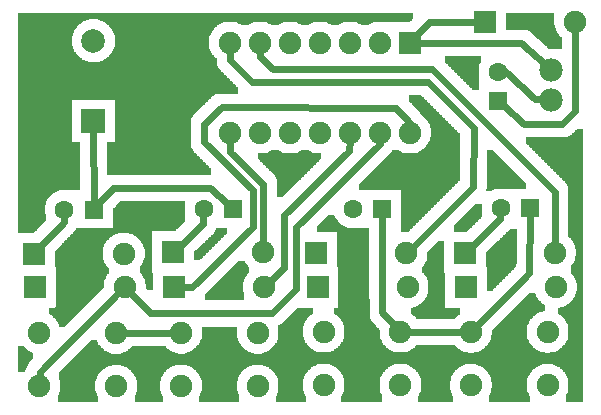
<source format=gtl>
G04 MADE WITH FRITZING*
G04 WWW.FRITZING.ORG*
G04 DOUBLE SIDED*
G04 HOLES PLATED*
G04 CONTOUR ON CENTER OF CONTOUR VECTOR*
%ASAXBY*%
%FSLAX23Y23*%
%MOIN*%
%OFA0B0*%
%SFA1.0B1.0*%
%ADD10C,0.075000*%
%ADD11C,0.062992*%
%ADD12C,0.078000*%
%ADD13C,0.078833*%
%ADD14R,0.075000X0.075000*%
%ADD15R,0.062992X0.062992*%
%ADD16R,0.078819X0.078847*%
%ADD17C,0.024000*%
%LNCOPPER1*%
G90*
G70*
G54D10*
X111Y1256D03*
X1277Y797D03*
X235Y529D03*
X1650Y514D03*
X1838Y872D03*
X1346Y1238D03*
X1346Y938D03*
X1246Y1238D03*
X1246Y938D03*
X1146Y1238D03*
X1146Y938D03*
X1046Y1238D03*
X1046Y938D03*
X946Y1238D03*
X946Y938D03*
X846Y1238D03*
X846Y938D03*
X746Y1238D03*
X746Y938D03*
G54D11*
X1254Y684D03*
X1156Y684D03*
X758Y685D03*
X659Y685D03*
X292Y682D03*
X194Y682D03*
X1748Y687D03*
X1649Y687D03*
G54D10*
X839Y95D03*
X583Y95D03*
X839Y272D03*
X583Y272D03*
X1315Y97D03*
X1059Y97D03*
X1315Y275D03*
X1059Y275D03*
X1806Y97D03*
X1550Y97D03*
X1806Y274D03*
X1550Y274D03*
X367Y94D03*
X111Y94D03*
X367Y271D03*
X111Y271D03*
X1530Y538D03*
X1830Y538D03*
X1035Y537D03*
X1335Y537D03*
X558Y541D03*
X858Y541D03*
X1532Y423D03*
X1832Y423D03*
X1039Y423D03*
X1339Y423D03*
X559Y423D03*
X859Y423D03*
X96Y424D03*
X396Y424D03*
X92Y535D03*
X392Y535D03*
G54D12*
X1818Y1046D03*
X1818Y1146D03*
G54D11*
X1639Y1044D03*
X1639Y1142D03*
G54D10*
X1598Y1307D03*
X1898Y1307D03*
G54D13*
X291Y976D03*
X291Y1244D03*
G54D14*
X1346Y1238D03*
G54D15*
X1254Y684D03*
X758Y685D03*
X292Y682D03*
X1748Y687D03*
G54D14*
X1530Y538D03*
X1035Y537D03*
X558Y541D03*
X1532Y423D03*
X1039Y423D03*
X559Y423D03*
X96Y424D03*
X92Y535D03*
G54D15*
X1639Y1044D03*
G54D14*
X1598Y1307D03*
G54D16*
X291Y976D03*
G54D17*
X1146Y913D02*
X1145Y877D01*
D02*
X1145Y877D02*
X926Y664D01*
D02*
X926Y664D02*
X926Y487D01*
D02*
X926Y487D02*
X877Y440D01*
D02*
X1247Y913D02*
X1247Y901D01*
D02*
X1247Y901D02*
X968Y623D01*
D02*
X968Y417D02*
X886Y336D01*
D02*
X968Y623D02*
X968Y417D01*
D02*
X886Y336D02*
X479Y337D01*
D02*
X479Y337D02*
X413Y406D01*
D02*
X847Y1213D02*
X847Y1192D01*
D02*
X890Y1149D02*
X1420Y1150D01*
D02*
X847Y1192D02*
X890Y1149D01*
D02*
X1420Y1150D02*
X1830Y740D01*
D02*
X1830Y740D02*
X1830Y563D01*
D02*
X1525Y274D02*
X1339Y275D01*
D02*
X1799Y1163D02*
X1718Y1237D01*
D02*
X1718Y1237D02*
X1371Y1238D01*
D02*
X748Y873D02*
X858Y767D01*
D02*
X747Y913D02*
X748Y873D01*
D02*
X858Y767D02*
X858Y566D01*
D02*
X1353Y554D02*
X1557Y757D01*
D02*
X1559Y955D02*
X1406Y1107D01*
D02*
X1557Y757D02*
X1559Y955D01*
D02*
X820Y1108D02*
X747Y1180D01*
D02*
X1406Y1107D02*
X820Y1108D01*
D02*
X747Y1180D02*
X747Y1213D01*
D02*
X1344Y973D02*
X1300Y1022D01*
D02*
X1345Y963D02*
X1344Y973D01*
D02*
X720Y1023D02*
X661Y968D01*
D02*
X661Y968D02*
X661Y907D01*
D02*
X1300Y1022D02*
X720Y1023D01*
D02*
X661Y907D02*
X822Y746D01*
D02*
X822Y623D02*
X621Y423D01*
D02*
X822Y746D02*
X822Y623D01*
D02*
X621Y423D02*
X584Y423D01*
D02*
X112Y140D02*
X112Y119D01*
D02*
X378Y406D02*
X112Y140D01*
D02*
X392Y271D02*
X558Y272D01*
D02*
X1898Y1012D02*
X1854Y967D01*
D02*
X1728Y967D02*
X1656Y1029D01*
D02*
X1854Y967D02*
X1728Y967D01*
D02*
X1898Y1282D02*
X1898Y1012D01*
D02*
X1410Y1307D02*
X1573Y1307D01*
D02*
X1363Y1256D02*
X1410Y1307D01*
D02*
X1668Y1140D02*
X1662Y1141D01*
D02*
X1763Y1050D02*
X1668Y1140D01*
D02*
X1792Y1048D02*
X1763Y1050D01*
D02*
X194Y642D02*
X109Y553D01*
D02*
X194Y659D02*
X194Y642D01*
D02*
X681Y753D02*
X740Y700D01*
D02*
X357Y753D02*
X681Y753D01*
D02*
X308Y699D02*
X357Y753D01*
D02*
X657Y633D02*
X576Y558D01*
D02*
X658Y662D02*
X657Y633D01*
D02*
X1255Y340D02*
X1254Y661D01*
D02*
X1298Y293D02*
X1255Y340D01*
D02*
X1648Y649D02*
X1648Y664D01*
D02*
X1548Y555D02*
X1648Y649D01*
D02*
X1745Y469D02*
X1567Y292D01*
D02*
X1747Y664D02*
X1745Y469D01*
D02*
X291Y951D02*
X292Y705D01*
G36*
X40Y1336D02*
X40Y1316D01*
X308Y1316D01*
X308Y1314D01*
X314Y1314D01*
X314Y1312D01*
X320Y1312D01*
X320Y1310D01*
X324Y1310D01*
X324Y1308D01*
X1162Y1308D01*
X1162Y1306D01*
X1170Y1306D01*
X1170Y1304D01*
X1174Y1304D01*
X1174Y1302D01*
X1178Y1302D01*
X1178Y1300D01*
X1182Y1300D01*
X1182Y1298D01*
X1184Y1298D01*
X1184Y1296D01*
X1208Y1296D01*
X1208Y1298D01*
X1210Y1298D01*
X1210Y1300D01*
X1214Y1300D01*
X1214Y1302D01*
X1218Y1302D01*
X1218Y1304D01*
X1222Y1304D01*
X1222Y1306D01*
X1230Y1306D01*
X1230Y1308D01*
X1348Y1308D01*
X1348Y1310D01*
X1350Y1310D01*
X1350Y1312D01*
X1352Y1312D01*
X1352Y1314D01*
X1354Y1314D01*
X1354Y1316D01*
X1356Y1316D01*
X1356Y1336D01*
X40Y1336D01*
G37*
D02*
G36*
X40Y1316D02*
X40Y1174D01*
X272Y1174D01*
X272Y1176D01*
X266Y1176D01*
X266Y1178D01*
X262Y1178D01*
X262Y1180D01*
X258Y1180D01*
X258Y1182D01*
X254Y1182D01*
X254Y1184D01*
X252Y1184D01*
X252Y1186D01*
X248Y1186D01*
X248Y1188D01*
X246Y1188D01*
X246Y1190D01*
X244Y1190D01*
X244Y1192D01*
X242Y1192D01*
X242Y1194D01*
X240Y1194D01*
X240Y1196D01*
X238Y1196D01*
X238Y1198D01*
X236Y1198D01*
X236Y1200D01*
X234Y1200D01*
X234Y1202D01*
X232Y1202D01*
X232Y1206D01*
X230Y1206D01*
X230Y1208D01*
X228Y1208D01*
X228Y1212D01*
X226Y1212D01*
X226Y1216D01*
X224Y1216D01*
X224Y1222D01*
X222Y1222D01*
X222Y1228D01*
X220Y1228D01*
X220Y1260D01*
X222Y1260D01*
X222Y1268D01*
X224Y1268D01*
X224Y1272D01*
X226Y1272D01*
X226Y1278D01*
X228Y1278D01*
X228Y1280D01*
X230Y1280D01*
X230Y1284D01*
X232Y1284D01*
X232Y1286D01*
X234Y1286D01*
X234Y1288D01*
X236Y1288D01*
X236Y1292D01*
X238Y1292D01*
X238Y1294D01*
X240Y1294D01*
X240Y1296D01*
X242Y1296D01*
X242Y1298D01*
X244Y1298D01*
X244Y1300D01*
X248Y1300D01*
X248Y1302D01*
X250Y1302D01*
X250Y1304D01*
X252Y1304D01*
X252Y1306D01*
X256Y1306D01*
X256Y1308D01*
X258Y1308D01*
X258Y1310D01*
X262Y1310D01*
X262Y1312D01*
X268Y1312D01*
X268Y1314D01*
X276Y1314D01*
X276Y1316D01*
X40Y1316D01*
G37*
D02*
G36*
X328Y1308D02*
X328Y1306D01*
X330Y1306D01*
X330Y1304D01*
X334Y1304D01*
X334Y1302D01*
X336Y1302D01*
X336Y1300D01*
X338Y1300D01*
X338Y1298D01*
X340Y1298D01*
X340Y1296D01*
X342Y1296D01*
X342Y1294D01*
X344Y1294D01*
X344Y1292D01*
X346Y1292D01*
X346Y1290D01*
X348Y1290D01*
X348Y1288D01*
X350Y1288D01*
X350Y1284D01*
X352Y1284D01*
X352Y1282D01*
X354Y1282D01*
X354Y1278D01*
X356Y1278D01*
X356Y1274D01*
X358Y1274D01*
X358Y1270D01*
X360Y1270D01*
X360Y1264D01*
X362Y1264D01*
X362Y1224D01*
X360Y1224D01*
X360Y1218D01*
X358Y1218D01*
X358Y1214D01*
X356Y1214D01*
X356Y1210D01*
X354Y1210D01*
X354Y1208D01*
X352Y1208D01*
X352Y1204D01*
X350Y1204D01*
X350Y1202D01*
X348Y1202D01*
X348Y1200D01*
X346Y1200D01*
X346Y1196D01*
X344Y1196D01*
X344Y1194D01*
X342Y1194D01*
X342Y1192D01*
X340Y1192D01*
X340Y1190D01*
X336Y1190D01*
X336Y1188D01*
X334Y1188D01*
X334Y1186D01*
X332Y1186D01*
X332Y1184D01*
X328Y1184D01*
X328Y1182D01*
X326Y1182D01*
X326Y1180D01*
X322Y1180D01*
X322Y1178D01*
X318Y1178D01*
X318Y1176D01*
X312Y1176D01*
X312Y1174D01*
X704Y1174D01*
X704Y1180D01*
X702Y1180D01*
X702Y1186D01*
X700Y1186D01*
X700Y1188D01*
X698Y1188D01*
X698Y1190D01*
X696Y1190D01*
X696Y1192D01*
X694Y1192D01*
X694Y1194D01*
X692Y1194D01*
X692Y1196D01*
X690Y1196D01*
X690Y1198D01*
X688Y1198D01*
X688Y1202D01*
X686Y1202D01*
X686Y1204D01*
X684Y1204D01*
X684Y1208D01*
X682Y1208D01*
X682Y1212D01*
X680Y1212D01*
X680Y1218D01*
X678Y1218D01*
X678Y1228D01*
X676Y1228D01*
X676Y1250D01*
X678Y1250D01*
X678Y1260D01*
X680Y1260D01*
X680Y1264D01*
X682Y1264D01*
X682Y1270D01*
X684Y1270D01*
X684Y1272D01*
X686Y1272D01*
X686Y1276D01*
X688Y1276D01*
X688Y1278D01*
X690Y1278D01*
X690Y1282D01*
X692Y1282D01*
X692Y1284D01*
X694Y1284D01*
X694Y1286D01*
X696Y1286D01*
X696Y1288D01*
X698Y1288D01*
X698Y1290D01*
X700Y1290D01*
X700Y1292D01*
X702Y1292D01*
X702Y1294D01*
X704Y1294D01*
X704Y1296D01*
X708Y1296D01*
X708Y1298D01*
X710Y1298D01*
X710Y1300D01*
X714Y1300D01*
X714Y1302D01*
X718Y1302D01*
X718Y1304D01*
X722Y1304D01*
X722Y1306D01*
X730Y1306D01*
X730Y1308D01*
X328Y1308D01*
G37*
D02*
G36*
X762Y1308D02*
X762Y1306D01*
X770Y1306D01*
X770Y1304D01*
X774Y1304D01*
X774Y1302D01*
X778Y1302D01*
X778Y1300D01*
X782Y1300D01*
X782Y1298D01*
X784Y1298D01*
X784Y1296D01*
X808Y1296D01*
X808Y1298D01*
X810Y1298D01*
X810Y1300D01*
X814Y1300D01*
X814Y1302D01*
X818Y1302D01*
X818Y1304D01*
X822Y1304D01*
X822Y1306D01*
X830Y1306D01*
X830Y1308D01*
X762Y1308D01*
G37*
D02*
G36*
X862Y1308D02*
X862Y1306D01*
X870Y1306D01*
X870Y1304D01*
X874Y1304D01*
X874Y1302D01*
X878Y1302D01*
X878Y1300D01*
X882Y1300D01*
X882Y1298D01*
X884Y1298D01*
X884Y1296D01*
X908Y1296D01*
X908Y1298D01*
X910Y1298D01*
X910Y1300D01*
X914Y1300D01*
X914Y1302D01*
X918Y1302D01*
X918Y1304D01*
X922Y1304D01*
X922Y1306D01*
X930Y1306D01*
X930Y1308D01*
X862Y1308D01*
G37*
D02*
G36*
X962Y1308D02*
X962Y1306D01*
X970Y1306D01*
X970Y1304D01*
X974Y1304D01*
X974Y1302D01*
X978Y1302D01*
X978Y1300D01*
X982Y1300D01*
X982Y1298D01*
X984Y1298D01*
X984Y1296D01*
X1008Y1296D01*
X1008Y1298D01*
X1010Y1298D01*
X1010Y1300D01*
X1014Y1300D01*
X1014Y1302D01*
X1018Y1302D01*
X1018Y1304D01*
X1022Y1304D01*
X1022Y1306D01*
X1030Y1306D01*
X1030Y1308D01*
X962Y1308D01*
G37*
D02*
G36*
X1062Y1308D02*
X1062Y1306D01*
X1070Y1306D01*
X1070Y1304D01*
X1074Y1304D01*
X1074Y1302D01*
X1078Y1302D01*
X1078Y1300D01*
X1082Y1300D01*
X1082Y1298D01*
X1084Y1298D01*
X1084Y1296D01*
X1108Y1296D01*
X1108Y1298D01*
X1110Y1298D01*
X1110Y1300D01*
X1114Y1300D01*
X1114Y1302D01*
X1118Y1302D01*
X1118Y1304D01*
X1122Y1304D01*
X1122Y1306D01*
X1130Y1306D01*
X1130Y1308D01*
X1062Y1308D01*
G37*
D02*
G36*
X40Y1174D02*
X40Y1172D01*
X704Y1172D01*
X704Y1174D01*
X40Y1174D01*
G37*
D02*
G36*
X40Y1174D02*
X40Y1172D01*
X704Y1172D01*
X704Y1174D01*
X40Y1174D01*
G37*
D02*
G36*
X40Y1172D02*
X40Y1048D01*
X362Y1048D01*
X362Y906D01*
X336Y906D01*
X336Y798D01*
X684Y798D01*
X684Y818D01*
X682Y818D01*
X682Y820D01*
X680Y820D01*
X680Y822D01*
X678Y822D01*
X678Y824D01*
X676Y824D01*
X676Y826D01*
X674Y826D01*
X674Y828D01*
X672Y828D01*
X672Y830D01*
X670Y830D01*
X670Y832D01*
X668Y832D01*
X668Y834D01*
X666Y834D01*
X666Y836D01*
X664Y836D01*
X664Y838D01*
X662Y838D01*
X662Y840D01*
X660Y840D01*
X660Y842D01*
X658Y842D01*
X658Y844D01*
X656Y844D01*
X656Y846D01*
X654Y846D01*
X654Y848D01*
X652Y848D01*
X652Y850D01*
X650Y850D01*
X650Y852D01*
X648Y852D01*
X648Y854D01*
X646Y854D01*
X646Y856D01*
X644Y856D01*
X644Y858D01*
X642Y858D01*
X642Y860D01*
X640Y860D01*
X640Y862D01*
X638Y862D01*
X638Y864D01*
X636Y864D01*
X636Y866D01*
X634Y866D01*
X634Y868D01*
X632Y868D01*
X632Y870D01*
X630Y870D01*
X630Y872D01*
X628Y872D01*
X628Y874D01*
X626Y874D01*
X626Y878D01*
X624Y878D01*
X624Y880D01*
X622Y880D01*
X622Y884D01*
X620Y884D01*
X620Y888D01*
X618Y888D01*
X618Y896D01*
X616Y896D01*
X616Y980D01*
X618Y980D01*
X618Y988D01*
X620Y988D01*
X620Y992D01*
X622Y992D01*
X622Y996D01*
X624Y996D01*
X624Y998D01*
X626Y998D01*
X626Y1000D01*
X628Y1000D01*
X628Y1002D01*
X630Y1002D01*
X630Y1004D01*
X632Y1004D01*
X632Y1006D01*
X634Y1006D01*
X634Y1008D01*
X636Y1008D01*
X636Y1010D01*
X638Y1010D01*
X638Y1012D01*
X640Y1012D01*
X640Y1014D01*
X642Y1014D01*
X642Y1016D01*
X644Y1016D01*
X644Y1018D01*
X646Y1018D01*
X646Y1020D01*
X648Y1020D01*
X648Y1022D01*
X650Y1022D01*
X650Y1024D01*
X652Y1024D01*
X652Y1026D01*
X654Y1026D01*
X654Y1028D01*
X656Y1028D01*
X656Y1030D01*
X658Y1030D01*
X658Y1032D01*
X662Y1032D01*
X662Y1034D01*
X664Y1034D01*
X664Y1036D01*
X666Y1036D01*
X666Y1038D01*
X668Y1038D01*
X668Y1040D01*
X670Y1040D01*
X670Y1042D01*
X672Y1042D01*
X672Y1044D01*
X674Y1044D01*
X674Y1046D01*
X676Y1046D01*
X676Y1048D01*
X678Y1048D01*
X678Y1050D01*
X680Y1050D01*
X680Y1052D01*
X682Y1052D01*
X682Y1054D01*
X684Y1054D01*
X684Y1056D01*
X686Y1056D01*
X686Y1058D01*
X688Y1058D01*
X688Y1060D01*
X692Y1060D01*
X692Y1062D01*
X694Y1062D01*
X694Y1064D01*
X698Y1064D01*
X698Y1066D01*
X704Y1066D01*
X704Y1068D01*
X774Y1068D01*
X774Y1088D01*
X772Y1088D01*
X772Y1090D01*
X770Y1090D01*
X770Y1092D01*
X768Y1092D01*
X768Y1094D01*
X766Y1094D01*
X766Y1096D01*
X764Y1096D01*
X764Y1098D01*
X762Y1098D01*
X762Y1100D01*
X760Y1100D01*
X760Y1102D01*
X758Y1102D01*
X758Y1104D01*
X756Y1104D01*
X756Y1106D01*
X754Y1106D01*
X754Y1108D01*
X752Y1108D01*
X752Y1110D01*
X750Y1110D01*
X750Y1112D01*
X748Y1112D01*
X748Y1114D01*
X746Y1114D01*
X746Y1116D01*
X744Y1116D01*
X744Y1118D01*
X742Y1118D01*
X742Y1120D01*
X740Y1120D01*
X740Y1122D01*
X738Y1122D01*
X738Y1124D01*
X736Y1124D01*
X736Y1126D01*
X734Y1126D01*
X734Y1128D01*
X732Y1128D01*
X732Y1130D01*
X730Y1130D01*
X730Y1132D01*
X728Y1132D01*
X728Y1134D01*
X726Y1134D01*
X726Y1136D01*
X724Y1136D01*
X724Y1138D01*
X722Y1138D01*
X722Y1140D01*
X720Y1140D01*
X720Y1142D01*
X718Y1142D01*
X718Y1144D01*
X716Y1144D01*
X716Y1146D01*
X714Y1146D01*
X714Y1148D01*
X712Y1148D01*
X712Y1150D01*
X710Y1150D01*
X710Y1154D01*
X708Y1154D01*
X708Y1156D01*
X706Y1156D01*
X706Y1162D01*
X704Y1162D01*
X704Y1172D01*
X40Y1172D01*
G37*
D02*
G36*
X40Y1048D02*
X40Y604D01*
X94Y604D01*
X94Y606D01*
X96Y606D01*
X96Y608D01*
X98Y608D01*
X98Y610D01*
X100Y610D01*
X100Y612D01*
X102Y612D01*
X102Y614D01*
X104Y614D01*
X104Y616D01*
X106Y616D01*
X106Y618D01*
X108Y618D01*
X108Y622D01*
X110Y622D01*
X110Y624D01*
X112Y624D01*
X112Y626D01*
X114Y626D01*
X114Y628D01*
X116Y628D01*
X116Y630D01*
X118Y630D01*
X118Y632D01*
X120Y632D01*
X120Y634D01*
X122Y634D01*
X122Y636D01*
X124Y636D01*
X124Y638D01*
X126Y638D01*
X126Y640D01*
X128Y640D01*
X128Y642D01*
X130Y642D01*
X130Y644D01*
X132Y644D01*
X132Y668D01*
X130Y668D01*
X130Y698D01*
X132Y698D01*
X132Y704D01*
X134Y704D01*
X134Y710D01*
X136Y710D01*
X136Y714D01*
X138Y714D01*
X138Y716D01*
X140Y716D01*
X140Y720D01*
X142Y720D01*
X142Y722D01*
X144Y722D01*
X144Y724D01*
X146Y724D01*
X146Y726D01*
X148Y726D01*
X148Y728D01*
X150Y728D01*
X150Y730D01*
X152Y730D01*
X152Y732D01*
X154Y732D01*
X154Y734D01*
X156Y734D01*
X156Y736D01*
X160Y736D01*
X160Y738D01*
X162Y738D01*
X162Y740D01*
X166Y740D01*
X166Y742D01*
X170Y742D01*
X170Y744D01*
X176Y744D01*
X176Y746D01*
X248Y746D01*
X248Y906D01*
X220Y906D01*
X220Y1048D01*
X40Y1048D01*
G37*
D02*
G36*
X1668Y1336D02*
X1668Y1282D01*
X1732Y1282D01*
X1732Y1280D01*
X1740Y1280D01*
X1740Y1278D01*
X1744Y1278D01*
X1744Y1276D01*
X1746Y1276D01*
X1746Y1274D01*
X1750Y1274D01*
X1750Y1272D01*
X1752Y1272D01*
X1752Y1270D01*
X1754Y1270D01*
X1754Y1268D01*
X1756Y1268D01*
X1756Y1266D01*
X1758Y1266D01*
X1758Y1264D01*
X1760Y1264D01*
X1760Y1262D01*
X1762Y1262D01*
X1762Y1260D01*
X1764Y1260D01*
X1764Y1258D01*
X1766Y1258D01*
X1766Y1256D01*
X1768Y1256D01*
X1768Y1254D01*
X1770Y1254D01*
X1770Y1252D01*
X1774Y1252D01*
X1774Y1250D01*
X1776Y1250D01*
X1776Y1248D01*
X1778Y1248D01*
X1778Y1246D01*
X1780Y1246D01*
X1780Y1244D01*
X1782Y1244D01*
X1782Y1242D01*
X1784Y1242D01*
X1784Y1240D01*
X1786Y1240D01*
X1786Y1238D01*
X1788Y1238D01*
X1788Y1236D01*
X1790Y1236D01*
X1790Y1234D01*
X1792Y1234D01*
X1792Y1232D01*
X1794Y1232D01*
X1794Y1230D01*
X1798Y1230D01*
X1798Y1228D01*
X1800Y1228D01*
X1800Y1226D01*
X1802Y1226D01*
X1802Y1224D01*
X1804Y1224D01*
X1804Y1222D01*
X1806Y1222D01*
X1806Y1220D01*
X1808Y1220D01*
X1808Y1218D01*
X1830Y1218D01*
X1830Y1216D01*
X1854Y1216D01*
X1854Y1254D01*
X1852Y1254D01*
X1852Y1256D01*
X1850Y1256D01*
X1850Y1258D01*
X1848Y1258D01*
X1848Y1260D01*
X1846Y1260D01*
X1846Y1262D01*
X1844Y1262D01*
X1844Y1264D01*
X1842Y1264D01*
X1842Y1268D01*
X1840Y1268D01*
X1840Y1270D01*
X1838Y1270D01*
X1838Y1274D01*
X1836Y1274D01*
X1836Y1278D01*
X1834Y1278D01*
X1834Y1282D01*
X1832Y1282D01*
X1832Y1286D01*
X1830Y1286D01*
X1830Y1296D01*
X1828Y1296D01*
X1828Y1336D01*
X1668Y1336D01*
G37*
D02*
G36*
X1462Y1194D02*
X1462Y1174D01*
X1464Y1174D01*
X1464Y1172D01*
X1466Y1172D01*
X1466Y1170D01*
X1468Y1170D01*
X1468Y1168D01*
X1470Y1168D01*
X1470Y1166D01*
X1472Y1166D01*
X1472Y1164D01*
X1474Y1164D01*
X1474Y1162D01*
X1476Y1162D01*
X1476Y1160D01*
X1478Y1160D01*
X1478Y1158D01*
X1480Y1158D01*
X1480Y1156D01*
X1482Y1156D01*
X1482Y1154D01*
X1484Y1154D01*
X1484Y1152D01*
X1486Y1152D01*
X1486Y1150D01*
X1488Y1150D01*
X1488Y1148D01*
X1490Y1148D01*
X1490Y1146D01*
X1492Y1146D01*
X1492Y1144D01*
X1494Y1144D01*
X1494Y1142D01*
X1496Y1142D01*
X1496Y1140D01*
X1498Y1140D01*
X1498Y1138D01*
X1500Y1138D01*
X1500Y1136D01*
X1502Y1136D01*
X1502Y1134D01*
X1504Y1134D01*
X1504Y1132D01*
X1506Y1132D01*
X1506Y1130D01*
X1508Y1130D01*
X1508Y1128D01*
X1510Y1128D01*
X1510Y1126D01*
X1512Y1126D01*
X1512Y1124D01*
X1514Y1124D01*
X1514Y1122D01*
X1516Y1122D01*
X1516Y1120D01*
X1518Y1120D01*
X1518Y1118D01*
X1520Y1118D01*
X1520Y1116D01*
X1522Y1116D01*
X1522Y1114D01*
X1524Y1114D01*
X1524Y1112D01*
X1526Y1112D01*
X1526Y1110D01*
X1528Y1110D01*
X1528Y1108D01*
X1530Y1108D01*
X1530Y1106D01*
X1532Y1106D01*
X1532Y1104D01*
X1534Y1104D01*
X1534Y1102D01*
X1536Y1102D01*
X1536Y1100D01*
X1538Y1100D01*
X1538Y1098D01*
X1540Y1098D01*
X1540Y1096D01*
X1542Y1096D01*
X1542Y1094D01*
X1544Y1094D01*
X1544Y1092D01*
X1546Y1092D01*
X1546Y1090D01*
X1548Y1090D01*
X1548Y1088D01*
X1550Y1088D01*
X1550Y1086D01*
X1552Y1086D01*
X1552Y1084D01*
X1554Y1084D01*
X1554Y1082D01*
X1556Y1082D01*
X1556Y1080D01*
X1576Y1080D01*
X1576Y1160D01*
X1578Y1160D01*
X1578Y1166D01*
X1580Y1166D01*
X1580Y1170D01*
X1582Y1170D01*
X1582Y1174D01*
X1584Y1174D01*
X1584Y1194D01*
X1462Y1194D01*
G37*
D02*
G36*
X886Y882D02*
X886Y880D01*
X884Y880D01*
X884Y878D01*
X880Y878D01*
X880Y876D01*
X876Y876D01*
X876Y874D01*
X872Y874D01*
X872Y872D01*
X866Y872D01*
X866Y870D01*
X926Y870D01*
X926Y872D01*
X920Y872D01*
X920Y874D01*
X916Y874D01*
X916Y876D01*
X912Y876D01*
X912Y878D01*
X910Y878D01*
X910Y880D01*
X906Y880D01*
X906Y882D01*
X886Y882D01*
G37*
D02*
G36*
X986Y882D02*
X986Y880D01*
X984Y880D01*
X984Y878D01*
X980Y878D01*
X980Y876D01*
X976Y876D01*
X976Y874D01*
X972Y874D01*
X972Y872D01*
X966Y872D01*
X966Y870D01*
X1026Y870D01*
X1026Y872D01*
X1020Y872D01*
X1020Y874D01*
X1016Y874D01*
X1016Y876D01*
X1012Y876D01*
X1012Y878D01*
X1010Y878D01*
X1010Y880D01*
X1006Y880D01*
X1006Y882D01*
X986Y882D01*
G37*
D02*
G36*
X840Y870D02*
X840Y868D01*
X1050Y868D01*
X1050Y870D01*
X840Y870D01*
G37*
D02*
G36*
X840Y870D02*
X840Y868D01*
X1050Y868D01*
X1050Y870D01*
X840Y870D01*
G37*
D02*
G36*
X840Y868D02*
X840Y850D01*
X842Y850D01*
X842Y848D01*
X844Y848D01*
X844Y846D01*
X846Y846D01*
X846Y844D01*
X848Y844D01*
X848Y842D01*
X850Y842D01*
X850Y840D01*
X852Y840D01*
X852Y838D01*
X854Y838D01*
X854Y836D01*
X856Y836D01*
X856Y834D01*
X858Y834D01*
X858Y832D01*
X860Y832D01*
X860Y830D01*
X862Y830D01*
X862Y828D01*
X864Y828D01*
X864Y826D01*
X866Y826D01*
X866Y824D01*
X868Y824D01*
X868Y822D01*
X870Y822D01*
X870Y820D01*
X872Y820D01*
X872Y818D01*
X874Y818D01*
X874Y816D01*
X876Y816D01*
X876Y814D01*
X878Y814D01*
X878Y812D01*
X880Y812D01*
X880Y810D01*
X882Y810D01*
X882Y808D01*
X884Y808D01*
X884Y806D01*
X888Y806D01*
X888Y804D01*
X890Y804D01*
X890Y802D01*
X892Y802D01*
X892Y800D01*
X894Y800D01*
X894Y796D01*
X896Y796D01*
X896Y794D01*
X898Y794D01*
X898Y790D01*
X900Y790D01*
X900Y784D01*
X902Y784D01*
X902Y724D01*
X922Y724D01*
X922Y726D01*
X924Y726D01*
X924Y728D01*
X926Y728D01*
X926Y730D01*
X928Y730D01*
X928Y732D01*
X930Y732D01*
X930Y734D01*
X932Y734D01*
X932Y736D01*
X934Y736D01*
X934Y738D01*
X936Y738D01*
X936Y740D01*
X938Y740D01*
X938Y742D01*
X940Y742D01*
X940Y744D01*
X942Y744D01*
X942Y746D01*
X944Y746D01*
X944Y748D01*
X946Y748D01*
X946Y750D01*
X948Y750D01*
X948Y752D01*
X950Y752D01*
X950Y754D01*
X952Y754D01*
X952Y756D01*
X954Y756D01*
X954Y758D01*
X956Y758D01*
X956Y760D01*
X958Y760D01*
X958Y762D01*
X960Y762D01*
X960Y764D01*
X962Y764D01*
X962Y766D01*
X964Y766D01*
X964Y768D01*
X966Y768D01*
X966Y770D01*
X968Y770D01*
X968Y772D01*
X970Y772D01*
X970Y774D01*
X972Y774D01*
X972Y776D01*
X974Y776D01*
X974Y778D01*
X978Y778D01*
X978Y780D01*
X980Y780D01*
X980Y782D01*
X982Y782D01*
X982Y784D01*
X984Y784D01*
X984Y786D01*
X986Y786D01*
X986Y788D01*
X988Y788D01*
X988Y790D01*
X990Y790D01*
X990Y792D01*
X992Y792D01*
X992Y794D01*
X994Y794D01*
X994Y796D01*
X996Y796D01*
X996Y798D01*
X998Y798D01*
X998Y800D01*
X1000Y800D01*
X1000Y802D01*
X1002Y802D01*
X1002Y804D01*
X1004Y804D01*
X1004Y806D01*
X1006Y806D01*
X1006Y808D01*
X1008Y808D01*
X1008Y810D01*
X1010Y810D01*
X1010Y812D01*
X1012Y812D01*
X1012Y814D01*
X1014Y814D01*
X1014Y816D01*
X1016Y816D01*
X1016Y818D01*
X1018Y818D01*
X1018Y820D01*
X1020Y820D01*
X1020Y822D01*
X1022Y822D01*
X1022Y824D01*
X1024Y824D01*
X1024Y826D01*
X1026Y826D01*
X1026Y828D01*
X1028Y828D01*
X1028Y830D01*
X1030Y830D01*
X1030Y832D01*
X1032Y832D01*
X1032Y834D01*
X1034Y834D01*
X1034Y836D01*
X1036Y836D01*
X1036Y838D01*
X1038Y838D01*
X1038Y840D01*
X1040Y840D01*
X1040Y842D01*
X1042Y842D01*
X1042Y844D01*
X1044Y844D01*
X1044Y846D01*
X1046Y846D01*
X1046Y848D01*
X1048Y848D01*
X1048Y850D01*
X1050Y850D01*
X1050Y868D01*
X840Y868D01*
G37*
D02*
G36*
X1602Y882D02*
X1602Y752D01*
X1660Y752D01*
X1660Y750D01*
X1684Y750D01*
X1684Y752D01*
X1732Y752D01*
X1732Y772D01*
X1730Y772D01*
X1730Y774D01*
X1728Y774D01*
X1728Y776D01*
X1726Y776D01*
X1726Y778D01*
X1724Y778D01*
X1724Y780D01*
X1722Y780D01*
X1722Y782D01*
X1720Y782D01*
X1720Y784D01*
X1718Y784D01*
X1718Y786D01*
X1716Y786D01*
X1716Y788D01*
X1714Y788D01*
X1714Y790D01*
X1712Y790D01*
X1712Y792D01*
X1710Y792D01*
X1710Y794D01*
X1708Y794D01*
X1708Y796D01*
X1706Y796D01*
X1706Y798D01*
X1704Y798D01*
X1704Y800D01*
X1702Y800D01*
X1702Y802D01*
X1700Y802D01*
X1700Y804D01*
X1698Y804D01*
X1698Y806D01*
X1696Y806D01*
X1696Y808D01*
X1694Y808D01*
X1694Y810D01*
X1692Y810D01*
X1692Y812D01*
X1690Y812D01*
X1690Y814D01*
X1688Y814D01*
X1688Y816D01*
X1686Y816D01*
X1686Y818D01*
X1684Y818D01*
X1684Y820D01*
X1682Y820D01*
X1682Y822D01*
X1680Y822D01*
X1680Y824D01*
X1678Y824D01*
X1678Y826D01*
X1676Y826D01*
X1676Y828D01*
X1674Y828D01*
X1674Y830D01*
X1672Y830D01*
X1672Y832D01*
X1670Y832D01*
X1670Y834D01*
X1668Y834D01*
X1668Y836D01*
X1666Y836D01*
X1666Y838D01*
X1664Y838D01*
X1664Y840D01*
X1662Y840D01*
X1662Y842D01*
X1660Y842D01*
X1660Y844D01*
X1658Y844D01*
X1658Y846D01*
X1656Y846D01*
X1656Y848D01*
X1654Y848D01*
X1654Y850D01*
X1652Y850D01*
X1652Y852D01*
X1650Y852D01*
X1650Y854D01*
X1648Y854D01*
X1648Y856D01*
X1646Y856D01*
X1646Y858D01*
X1644Y858D01*
X1644Y860D01*
X1642Y860D01*
X1642Y862D01*
X1640Y862D01*
X1640Y864D01*
X1638Y864D01*
X1638Y866D01*
X1636Y866D01*
X1636Y868D01*
X1634Y868D01*
X1634Y870D01*
X1632Y870D01*
X1632Y872D01*
X1630Y872D01*
X1630Y874D01*
X1628Y874D01*
X1628Y876D01*
X1626Y876D01*
X1626Y878D01*
X1624Y878D01*
X1624Y880D01*
X1622Y880D01*
X1622Y882D01*
X1602Y882D01*
G37*
D02*
G36*
X1602Y752D02*
X1602Y750D01*
X1600Y750D01*
X1600Y744D01*
X1620Y744D01*
X1620Y746D01*
X1624Y746D01*
X1624Y748D01*
X1628Y748D01*
X1628Y750D01*
X1638Y750D01*
X1638Y752D01*
X1602Y752D01*
G37*
D02*
G36*
X1342Y1064D02*
X1342Y1044D01*
X1344Y1044D01*
X1344Y1042D01*
X1346Y1042D01*
X1346Y1040D01*
X1348Y1040D01*
X1348Y1038D01*
X1350Y1038D01*
X1350Y1036D01*
X1352Y1036D01*
X1352Y1034D01*
X1354Y1034D01*
X1354Y1032D01*
X1356Y1032D01*
X1356Y1028D01*
X1358Y1028D01*
X1358Y1026D01*
X1360Y1026D01*
X1360Y1024D01*
X1362Y1024D01*
X1362Y1022D01*
X1364Y1022D01*
X1364Y1020D01*
X1366Y1020D01*
X1366Y1018D01*
X1368Y1018D01*
X1368Y1016D01*
X1370Y1016D01*
X1370Y1014D01*
X1372Y1014D01*
X1372Y1012D01*
X1374Y1012D01*
X1374Y1010D01*
X1376Y1010D01*
X1376Y1008D01*
X1378Y1008D01*
X1378Y1006D01*
X1380Y1006D01*
X1380Y1002D01*
X1382Y1002D01*
X1382Y1000D01*
X1384Y1000D01*
X1384Y996D01*
X1388Y996D01*
X1388Y994D01*
X1390Y994D01*
X1390Y992D01*
X1392Y992D01*
X1392Y990D01*
X1394Y990D01*
X1394Y988D01*
X1396Y988D01*
X1396Y986D01*
X1398Y986D01*
X1398Y984D01*
X1400Y984D01*
X1400Y982D01*
X1402Y982D01*
X1402Y980D01*
X1404Y980D01*
X1404Y976D01*
X1406Y976D01*
X1406Y974D01*
X1408Y974D01*
X1408Y970D01*
X1410Y970D01*
X1410Y966D01*
X1412Y966D01*
X1412Y962D01*
X1414Y962D01*
X1414Y954D01*
X1416Y954D01*
X1416Y924D01*
X1414Y924D01*
X1414Y916D01*
X1412Y916D01*
X1412Y912D01*
X1410Y912D01*
X1410Y906D01*
X1408Y906D01*
X1408Y904D01*
X1406Y904D01*
X1406Y900D01*
X1404Y900D01*
X1404Y898D01*
X1402Y898D01*
X1402Y896D01*
X1400Y896D01*
X1400Y892D01*
X1398Y892D01*
X1398Y890D01*
X1396Y890D01*
X1396Y888D01*
X1394Y888D01*
X1394Y886D01*
X1392Y886D01*
X1392Y884D01*
X1388Y884D01*
X1388Y882D01*
X1386Y882D01*
X1386Y880D01*
X1384Y880D01*
X1384Y878D01*
X1380Y878D01*
X1380Y876D01*
X1376Y876D01*
X1376Y874D01*
X1372Y874D01*
X1372Y872D01*
X1366Y872D01*
X1366Y870D01*
X1514Y870D01*
X1514Y934D01*
X1512Y934D01*
X1512Y936D01*
X1510Y936D01*
X1510Y938D01*
X1508Y938D01*
X1508Y940D01*
X1506Y940D01*
X1506Y942D01*
X1504Y942D01*
X1504Y944D01*
X1502Y944D01*
X1502Y946D01*
X1500Y946D01*
X1500Y948D01*
X1498Y948D01*
X1498Y950D01*
X1496Y950D01*
X1496Y952D01*
X1494Y952D01*
X1494Y954D01*
X1492Y954D01*
X1492Y956D01*
X1490Y956D01*
X1490Y958D01*
X1488Y958D01*
X1488Y960D01*
X1486Y960D01*
X1486Y962D01*
X1484Y962D01*
X1484Y964D01*
X1482Y964D01*
X1482Y966D01*
X1480Y966D01*
X1480Y968D01*
X1478Y968D01*
X1478Y970D01*
X1476Y970D01*
X1476Y972D01*
X1474Y972D01*
X1474Y974D01*
X1472Y974D01*
X1472Y976D01*
X1470Y976D01*
X1470Y978D01*
X1468Y978D01*
X1468Y980D01*
X1466Y980D01*
X1466Y982D01*
X1464Y982D01*
X1464Y984D01*
X1462Y984D01*
X1462Y986D01*
X1460Y986D01*
X1460Y988D01*
X1458Y988D01*
X1458Y990D01*
X1456Y990D01*
X1456Y992D01*
X1454Y992D01*
X1454Y994D01*
X1452Y994D01*
X1452Y996D01*
X1450Y996D01*
X1450Y998D01*
X1448Y998D01*
X1448Y1000D01*
X1446Y1000D01*
X1446Y1002D01*
X1444Y1002D01*
X1444Y1004D01*
X1442Y1004D01*
X1442Y1006D01*
X1440Y1006D01*
X1440Y1008D01*
X1438Y1008D01*
X1438Y1010D01*
X1436Y1010D01*
X1436Y1012D01*
X1434Y1012D01*
X1434Y1014D01*
X1432Y1014D01*
X1432Y1016D01*
X1430Y1016D01*
X1430Y1018D01*
X1428Y1018D01*
X1428Y1020D01*
X1426Y1020D01*
X1426Y1022D01*
X1424Y1022D01*
X1424Y1024D01*
X1422Y1024D01*
X1422Y1026D01*
X1420Y1026D01*
X1420Y1028D01*
X1418Y1028D01*
X1418Y1030D01*
X1416Y1030D01*
X1416Y1032D01*
X1414Y1032D01*
X1414Y1034D01*
X1412Y1034D01*
X1412Y1036D01*
X1410Y1036D01*
X1410Y1038D01*
X1408Y1038D01*
X1408Y1040D01*
X1406Y1040D01*
X1406Y1042D01*
X1404Y1042D01*
X1404Y1044D01*
X1402Y1044D01*
X1402Y1046D01*
X1400Y1046D01*
X1400Y1048D01*
X1398Y1048D01*
X1398Y1050D01*
X1396Y1050D01*
X1396Y1052D01*
X1394Y1052D01*
X1394Y1054D01*
X1392Y1054D01*
X1392Y1056D01*
X1390Y1056D01*
X1390Y1058D01*
X1388Y1058D01*
X1388Y1060D01*
X1386Y1060D01*
X1386Y1062D01*
X1384Y1062D01*
X1384Y1064D01*
X1342Y1064D01*
G37*
D02*
G36*
X1288Y880D02*
X1288Y878D01*
X1286Y878D01*
X1286Y874D01*
X1284Y874D01*
X1284Y872D01*
X1282Y872D01*
X1282Y870D01*
X1326Y870D01*
X1326Y872D01*
X1320Y872D01*
X1320Y874D01*
X1316Y874D01*
X1316Y876D01*
X1312Y876D01*
X1312Y878D01*
X1310Y878D01*
X1310Y880D01*
X1288Y880D01*
G37*
D02*
G36*
X1280Y870D02*
X1280Y868D01*
X1514Y868D01*
X1514Y870D01*
X1280Y870D01*
G37*
D02*
G36*
X1280Y870D02*
X1280Y868D01*
X1514Y868D01*
X1514Y870D01*
X1280Y870D01*
G37*
D02*
G36*
X1278Y868D02*
X1278Y866D01*
X1276Y866D01*
X1276Y864D01*
X1274Y864D01*
X1274Y862D01*
X1272Y862D01*
X1272Y860D01*
X1270Y860D01*
X1270Y858D01*
X1268Y858D01*
X1268Y856D01*
X1266Y856D01*
X1266Y854D01*
X1264Y854D01*
X1264Y852D01*
X1262Y852D01*
X1262Y850D01*
X1260Y850D01*
X1260Y848D01*
X1258Y848D01*
X1258Y846D01*
X1256Y846D01*
X1256Y844D01*
X1254Y844D01*
X1254Y842D01*
X1252Y842D01*
X1252Y840D01*
X1250Y840D01*
X1250Y838D01*
X1248Y838D01*
X1248Y836D01*
X1246Y836D01*
X1246Y834D01*
X1244Y834D01*
X1244Y832D01*
X1242Y832D01*
X1242Y830D01*
X1240Y830D01*
X1240Y828D01*
X1238Y828D01*
X1238Y826D01*
X1236Y826D01*
X1236Y824D01*
X1234Y824D01*
X1234Y822D01*
X1232Y822D01*
X1232Y820D01*
X1230Y820D01*
X1230Y818D01*
X1228Y818D01*
X1228Y816D01*
X1226Y816D01*
X1226Y814D01*
X1224Y814D01*
X1224Y812D01*
X1222Y812D01*
X1222Y810D01*
X1220Y810D01*
X1220Y808D01*
X1218Y808D01*
X1218Y806D01*
X1216Y806D01*
X1216Y804D01*
X1214Y804D01*
X1214Y802D01*
X1212Y802D01*
X1212Y800D01*
X1210Y800D01*
X1210Y798D01*
X1208Y798D01*
X1208Y796D01*
X1206Y796D01*
X1206Y794D01*
X1204Y794D01*
X1204Y792D01*
X1202Y792D01*
X1202Y790D01*
X1200Y790D01*
X1200Y788D01*
X1198Y788D01*
X1198Y786D01*
X1196Y786D01*
X1196Y784D01*
X1194Y784D01*
X1194Y782D01*
X1192Y782D01*
X1192Y780D01*
X1190Y780D01*
X1190Y778D01*
X1188Y778D01*
X1188Y776D01*
X1186Y776D01*
X1186Y774D01*
X1184Y774D01*
X1184Y772D01*
X1182Y772D01*
X1182Y770D01*
X1180Y770D01*
X1180Y768D01*
X1178Y768D01*
X1178Y766D01*
X1176Y766D01*
X1176Y748D01*
X1318Y748D01*
X1318Y606D01*
X1340Y606D01*
X1340Y608D01*
X1342Y608D01*
X1342Y610D01*
X1344Y610D01*
X1344Y612D01*
X1346Y612D01*
X1346Y614D01*
X1348Y614D01*
X1348Y616D01*
X1350Y616D01*
X1350Y618D01*
X1352Y618D01*
X1352Y620D01*
X1354Y620D01*
X1354Y622D01*
X1356Y622D01*
X1356Y624D01*
X1358Y624D01*
X1358Y626D01*
X1360Y626D01*
X1360Y628D01*
X1362Y628D01*
X1362Y630D01*
X1364Y630D01*
X1364Y632D01*
X1366Y632D01*
X1366Y634D01*
X1368Y634D01*
X1368Y636D01*
X1370Y636D01*
X1370Y638D01*
X1372Y638D01*
X1372Y640D01*
X1374Y640D01*
X1374Y642D01*
X1376Y642D01*
X1376Y644D01*
X1378Y644D01*
X1378Y646D01*
X1380Y646D01*
X1380Y648D01*
X1382Y648D01*
X1382Y650D01*
X1384Y650D01*
X1384Y652D01*
X1386Y652D01*
X1386Y654D01*
X1388Y654D01*
X1388Y656D01*
X1390Y656D01*
X1390Y658D01*
X1392Y658D01*
X1392Y660D01*
X1394Y660D01*
X1394Y662D01*
X1396Y662D01*
X1396Y664D01*
X1398Y664D01*
X1398Y666D01*
X1400Y666D01*
X1400Y668D01*
X1402Y668D01*
X1402Y670D01*
X1404Y670D01*
X1404Y672D01*
X1406Y672D01*
X1406Y674D01*
X1408Y674D01*
X1408Y676D01*
X1410Y676D01*
X1410Y678D01*
X1412Y678D01*
X1412Y680D01*
X1414Y680D01*
X1414Y682D01*
X1416Y682D01*
X1416Y684D01*
X1418Y684D01*
X1418Y686D01*
X1420Y686D01*
X1420Y688D01*
X1422Y688D01*
X1422Y690D01*
X1424Y690D01*
X1424Y692D01*
X1426Y692D01*
X1426Y694D01*
X1428Y694D01*
X1428Y696D01*
X1430Y696D01*
X1430Y698D01*
X1432Y698D01*
X1432Y700D01*
X1434Y700D01*
X1434Y702D01*
X1436Y702D01*
X1436Y704D01*
X1438Y704D01*
X1438Y706D01*
X1440Y706D01*
X1440Y708D01*
X1442Y708D01*
X1442Y710D01*
X1444Y710D01*
X1444Y712D01*
X1446Y712D01*
X1446Y714D01*
X1448Y714D01*
X1448Y716D01*
X1450Y716D01*
X1450Y718D01*
X1452Y718D01*
X1452Y720D01*
X1454Y720D01*
X1454Y722D01*
X1456Y722D01*
X1456Y724D01*
X1458Y724D01*
X1458Y726D01*
X1460Y726D01*
X1460Y728D01*
X1462Y728D01*
X1462Y730D01*
X1464Y730D01*
X1464Y732D01*
X1466Y732D01*
X1466Y734D01*
X1468Y734D01*
X1468Y736D01*
X1470Y736D01*
X1470Y738D01*
X1472Y738D01*
X1472Y740D01*
X1474Y740D01*
X1474Y742D01*
X1476Y742D01*
X1476Y744D01*
X1478Y744D01*
X1478Y746D01*
X1480Y746D01*
X1480Y748D01*
X1482Y748D01*
X1482Y750D01*
X1484Y750D01*
X1484Y752D01*
X1486Y752D01*
X1486Y754D01*
X1488Y754D01*
X1488Y756D01*
X1490Y756D01*
X1490Y758D01*
X1492Y758D01*
X1492Y760D01*
X1494Y760D01*
X1494Y762D01*
X1496Y762D01*
X1496Y764D01*
X1498Y764D01*
X1498Y766D01*
X1500Y766D01*
X1500Y768D01*
X1502Y768D01*
X1502Y770D01*
X1504Y770D01*
X1504Y772D01*
X1506Y772D01*
X1506Y774D01*
X1508Y774D01*
X1508Y776D01*
X1510Y776D01*
X1510Y778D01*
X1512Y778D01*
X1512Y780D01*
X1514Y780D01*
X1514Y868D01*
X1278Y868D01*
G37*
D02*
G36*
X380Y710D02*
X380Y708D01*
X378Y708D01*
X378Y706D01*
X376Y706D01*
X376Y704D01*
X374Y704D01*
X374Y702D01*
X372Y702D01*
X372Y700D01*
X370Y700D01*
X370Y698D01*
X368Y698D01*
X368Y696D01*
X366Y696D01*
X366Y692D01*
X364Y692D01*
X364Y690D01*
X362Y690D01*
X362Y688D01*
X360Y688D01*
X360Y686D01*
X358Y686D01*
X358Y684D01*
X356Y684D01*
X356Y620D01*
X234Y620D01*
X234Y616D01*
X232Y616D01*
X232Y614D01*
X230Y614D01*
X230Y612D01*
X228Y612D01*
X228Y610D01*
X226Y610D01*
X226Y606D01*
X224Y606D01*
X224Y604D01*
X410Y604D01*
X410Y602D01*
X416Y602D01*
X416Y600D01*
X422Y600D01*
X422Y598D01*
X426Y598D01*
X426Y596D01*
X428Y596D01*
X428Y594D01*
X432Y594D01*
X432Y592D01*
X434Y592D01*
X434Y590D01*
X436Y590D01*
X436Y588D01*
X438Y588D01*
X438Y586D01*
X440Y586D01*
X440Y584D01*
X442Y584D01*
X442Y582D01*
X444Y582D01*
X444Y580D01*
X446Y580D01*
X446Y578D01*
X448Y578D01*
X448Y576D01*
X450Y576D01*
X450Y572D01*
X452Y572D01*
X452Y570D01*
X454Y570D01*
X454Y566D01*
X456Y566D01*
X456Y562D01*
X458Y562D01*
X458Y558D01*
X460Y558D01*
X460Y550D01*
X462Y550D01*
X462Y522D01*
X460Y522D01*
X460Y514D01*
X458Y514D01*
X458Y508D01*
X456Y508D01*
X456Y504D01*
X454Y504D01*
X454Y500D01*
X452Y500D01*
X452Y498D01*
X450Y498D01*
X450Y494D01*
X448Y494D01*
X448Y492D01*
X446Y492D01*
X446Y472D01*
X448Y472D01*
X448Y470D01*
X450Y470D01*
X450Y466D01*
X452Y466D01*
X452Y464D01*
X454Y464D01*
X454Y462D01*
X456Y462D01*
X456Y458D01*
X458Y458D01*
X458Y454D01*
X460Y454D01*
X460Y450D01*
X462Y450D01*
X462Y444D01*
X464Y444D01*
X464Y434D01*
X466Y434D01*
X466Y418D01*
X468Y418D01*
X468Y416D01*
X470Y416D01*
X470Y414D01*
X490Y414D01*
X490Y472D01*
X488Y472D01*
X488Y610D01*
X490Y610D01*
X490Y612D01*
X566Y612D01*
X566Y614D01*
X568Y614D01*
X568Y616D01*
X570Y616D01*
X570Y618D01*
X572Y618D01*
X572Y620D01*
X574Y620D01*
X574Y622D01*
X576Y622D01*
X576Y624D01*
X580Y624D01*
X580Y626D01*
X582Y626D01*
X582Y628D01*
X584Y628D01*
X584Y630D01*
X586Y630D01*
X586Y632D01*
X588Y632D01*
X588Y634D01*
X590Y634D01*
X590Y636D01*
X592Y636D01*
X592Y638D01*
X594Y638D01*
X594Y640D01*
X596Y640D01*
X596Y642D01*
X598Y642D01*
X598Y668D01*
X596Y668D01*
X596Y710D01*
X380Y710D01*
G37*
D02*
G36*
X222Y604D02*
X222Y602D01*
X220Y602D01*
X220Y600D01*
X218Y600D01*
X218Y598D01*
X216Y598D01*
X216Y596D01*
X214Y596D01*
X214Y594D01*
X212Y594D01*
X212Y592D01*
X210Y592D01*
X210Y590D01*
X208Y590D01*
X208Y588D01*
X206Y588D01*
X206Y586D01*
X204Y586D01*
X204Y584D01*
X202Y584D01*
X202Y582D01*
X200Y582D01*
X200Y580D01*
X198Y580D01*
X198Y578D01*
X196Y578D01*
X196Y576D01*
X194Y576D01*
X194Y574D01*
X192Y574D01*
X192Y572D01*
X190Y572D01*
X190Y570D01*
X188Y570D01*
X188Y566D01*
X186Y566D01*
X186Y564D01*
X184Y564D01*
X184Y562D01*
X182Y562D01*
X182Y560D01*
X180Y560D01*
X180Y558D01*
X178Y558D01*
X178Y556D01*
X176Y556D01*
X176Y554D01*
X174Y554D01*
X174Y552D01*
X172Y552D01*
X172Y550D01*
X170Y550D01*
X170Y548D01*
X168Y548D01*
X168Y546D01*
X166Y546D01*
X166Y544D01*
X164Y544D01*
X164Y542D01*
X162Y542D01*
X162Y494D01*
X164Y494D01*
X164Y492D01*
X166Y492D01*
X166Y356D01*
X164Y356D01*
X164Y354D01*
X142Y354D01*
X142Y334D01*
X146Y334D01*
X146Y332D01*
X148Y332D01*
X148Y330D01*
X152Y330D01*
X152Y328D01*
X154Y328D01*
X154Y326D01*
X156Y326D01*
X156Y324D01*
X158Y324D01*
X158Y322D01*
X160Y322D01*
X160Y320D01*
X162Y320D01*
X162Y318D01*
X164Y318D01*
X164Y316D01*
X166Y316D01*
X166Y314D01*
X168Y314D01*
X168Y312D01*
X170Y312D01*
X170Y308D01*
X172Y308D01*
X172Y306D01*
X174Y306D01*
X174Y302D01*
X176Y302D01*
X176Y296D01*
X178Y296D01*
X178Y292D01*
X198Y292D01*
X198Y294D01*
X200Y294D01*
X200Y296D01*
X202Y296D01*
X202Y298D01*
X204Y298D01*
X204Y300D01*
X206Y300D01*
X206Y302D01*
X208Y302D01*
X208Y304D01*
X210Y304D01*
X210Y306D01*
X212Y306D01*
X212Y308D01*
X214Y308D01*
X214Y310D01*
X216Y310D01*
X216Y312D01*
X218Y312D01*
X218Y314D01*
X220Y314D01*
X220Y316D01*
X222Y316D01*
X222Y318D01*
X224Y318D01*
X224Y320D01*
X226Y320D01*
X226Y322D01*
X228Y322D01*
X228Y324D01*
X230Y324D01*
X230Y326D01*
X232Y326D01*
X232Y328D01*
X234Y328D01*
X234Y330D01*
X236Y330D01*
X236Y332D01*
X238Y332D01*
X238Y334D01*
X240Y334D01*
X240Y336D01*
X242Y336D01*
X242Y338D01*
X244Y338D01*
X244Y340D01*
X246Y340D01*
X246Y342D01*
X248Y342D01*
X248Y344D01*
X250Y344D01*
X250Y346D01*
X252Y346D01*
X252Y348D01*
X254Y348D01*
X254Y350D01*
X256Y350D01*
X256Y352D01*
X258Y352D01*
X258Y354D01*
X260Y354D01*
X260Y356D01*
X262Y356D01*
X262Y358D01*
X264Y358D01*
X264Y360D01*
X266Y360D01*
X266Y362D01*
X268Y362D01*
X268Y364D01*
X270Y364D01*
X270Y366D01*
X272Y366D01*
X272Y368D01*
X274Y368D01*
X274Y370D01*
X276Y370D01*
X276Y372D01*
X278Y372D01*
X278Y374D01*
X280Y374D01*
X280Y376D01*
X282Y376D01*
X282Y378D01*
X284Y378D01*
X284Y380D01*
X286Y380D01*
X286Y382D01*
X288Y382D01*
X288Y384D01*
X290Y384D01*
X290Y386D01*
X292Y386D01*
X292Y388D01*
X294Y388D01*
X294Y390D01*
X296Y390D01*
X296Y392D01*
X298Y392D01*
X298Y394D01*
X300Y394D01*
X300Y396D01*
X302Y396D01*
X302Y398D01*
X304Y398D01*
X304Y400D01*
X306Y400D01*
X306Y402D01*
X308Y402D01*
X308Y404D01*
X310Y404D01*
X310Y406D01*
X312Y406D01*
X312Y408D01*
X314Y408D01*
X314Y410D01*
X316Y410D01*
X316Y412D01*
X318Y412D01*
X318Y414D01*
X320Y414D01*
X320Y416D01*
X322Y416D01*
X322Y418D01*
X324Y418D01*
X324Y420D01*
X326Y420D01*
X326Y440D01*
X328Y440D01*
X328Y446D01*
X330Y446D01*
X330Y452D01*
X332Y452D01*
X332Y456D01*
X334Y456D01*
X334Y460D01*
X336Y460D01*
X336Y462D01*
X338Y462D01*
X338Y466D01*
X340Y466D01*
X340Y468D01*
X342Y468D01*
X342Y488D01*
X340Y488D01*
X340Y490D01*
X338Y490D01*
X338Y492D01*
X336Y492D01*
X336Y494D01*
X334Y494D01*
X334Y498D01*
X332Y498D01*
X332Y500D01*
X330Y500D01*
X330Y504D01*
X328Y504D01*
X328Y508D01*
X326Y508D01*
X326Y514D01*
X324Y514D01*
X324Y522D01*
X322Y522D01*
X322Y548D01*
X324Y548D01*
X324Y556D01*
X326Y556D01*
X326Y562D01*
X328Y562D01*
X328Y566D01*
X330Y566D01*
X330Y570D01*
X332Y570D01*
X332Y572D01*
X334Y572D01*
X334Y576D01*
X336Y576D01*
X336Y578D01*
X338Y578D01*
X338Y580D01*
X340Y580D01*
X340Y582D01*
X342Y582D01*
X342Y584D01*
X344Y584D01*
X344Y586D01*
X346Y586D01*
X346Y588D01*
X348Y588D01*
X348Y590D01*
X350Y590D01*
X350Y592D01*
X352Y592D01*
X352Y594D01*
X356Y594D01*
X356Y596D01*
X358Y596D01*
X358Y598D01*
X362Y598D01*
X362Y600D01*
X368Y600D01*
X368Y602D01*
X374Y602D01*
X374Y604D01*
X222Y604D01*
G37*
D02*
G36*
X1566Y702D02*
X1566Y700D01*
X1564Y700D01*
X1564Y698D01*
X1562Y698D01*
X1562Y696D01*
X1560Y696D01*
X1560Y694D01*
X1558Y694D01*
X1558Y692D01*
X1556Y692D01*
X1556Y690D01*
X1554Y690D01*
X1554Y688D01*
X1552Y688D01*
X1552Y686D01*
X1550Y686D01*
X1550Y684D01*
X1548Y684D01*
X1548Y682D01*
X1546Y682D01*
X1546Y680D01*
X1544Y680D01*
X1544Y678D01*
X1542Y678D01*
X1542Y676D01*
X1540Y676D01*
X1540Y674D01*
X1538Y674D01*
X1538Y672D01*
X1536Y672D01*
X1536Y670D01*
X1534Y670D01*
X1534Y668D01*
X1532Y668D01*
X1532Y666D01*
X1530Y666D01*
X1530Y664D01*
X1528Y664D01*
X1528Y662D01*
X1526Y662D01*
X1526Y660D01*
X1524Y660D01*
X1524Y658D01*
X1522Y658D01*
X1522Y656D01*
X1520Y656D01*
X1520Y654D01*
X1518Y654D01*
X1518Y652D01*
X1516Y652D01*
X1516Y650D01*
X1514Y650D01*
X1514Y648D01*
X1512Y648D01*
X1512Y646D01*
X1510Y646D01*
X1510Y644D01*
X1508Y644D01*
X1508Y642D01*
X1506Y642D01*
X1506Y640D01*
X1504Y640D01*
X1504Y638D01*
X1502Y638D01*
X1502Y636D01*
X1500Y636D01*
X1500Y634D01*
X1498Y634D01*
X1498Y632D01*
X1496Y632D01*
X1496Y630D01*
X1494Y630D01*
X1494Y628D01*
X1492Y628D01*
X1492Y608D01*
X1536Y608D01*
X1536Y610D01*
X1538Y610D01*
X1538Y612D01*
X1540Y612D01*
X1540Y614D01*
X1542Y614D01*
X1542Y616D01*
X1544Y616D01*
X1544Y618D01*
X1546Y618D01*
X1546Y620D01*
X1548Y620D01*
X1548Y622D01*
X1552Y622D01*
X1552Y624D01*
X1554Y624D01*
X1554Y626D01*
X1556Y626D01*
X1556Y628D01*
X1558Y628D01*
X1558Y630D01*
X1560Y630D01*
X1560Y632D01*
X1562Y632D01*
X1562Y634D01*
X1564Y634D01*
X1564Y636D01*
X1566Y636D01*
X1566Y638D01*
X1568Y638D01*
X1568Y640D01*
X1570Y640D01*
X1570Y642D01*
X1572Y642D01*
X1572Y644D01*
X1574Y644D01*
X1574Y646D01*
X1576Y646D01*
X1576Y648D01*
X1578Y648D01*
X1578Y650D01*
X1580Y650D01*
X1580Y652D01*
X1582Y652D01*
X1582Y654D01*
X1584Y654D01*
X1584Y656D01*
X1586Y656D01*
X1586Y702D01*
X1566Y702D01*
G37*
D02*
G36*
X700Y622D02*
X700Y614D01*
X698Y614D01*
X698Y610D01*
X696Y610D01*
X696Y606D01*
X694Y606D01*
X694Y604D01*
X692Y604D01*
X692Y600D01*
X690Y600D01*
X690Y598D01*
X686Y598D01*
X686Y596D01*
X684Y596D01*
X684Y594D01*
X682Y594D01*
X682Y592D01*
X680Y592D01*
X680Y590D01*
X678Y590D01*
X678Y588D01*
X676Y588D01*
X676Y586D01*
X674Y586D01*
X674Y584D01*
X672Y584D01*
X672Y582D01*
X670Y582D01*
X670Y580D01*
X668Y580D01*
X668Y578D01*
X666Y578D01*
X666Y576D01*
X664Y576D01*
X664Y574D01*
X662Y574D01*
X662Y572D01*
X658Y572D01*
X658Y570D01*
X656Y570D01*
X656Y568D01*
X654Y568D01*
X654Y566D01*
X652Y566D01*
X652Y564D01*
X650Y564D01*
X650Y562D01*
X648Y562D01*
X648Y560D01*
X646Y560D01*
X646Y558D01*
X644Y558D01*
X644Y556D01*
X642Y556D01*
X642Y554D01*
X640Y554D01*
X640Y552D01*
X638Y552D01*
X638Y550D01*
X636Y550D01*
X636Y548D01*
X632Y548D01*
X632Y546D01*
X630Y546D01*
X630Y544D01*
X628Y544D01*
X628Y514D01*
X648Y514D01*
X648Y516D01*
X650Y516D01*
X650Y518D01*
X652Y518D01*
X652Y520D01*
X654Y520D01*
X654Y522D01*
X656Y522D01*
X656Y524D01*
X658Y524D01*
X658Y526D01*
X660Y526D01*
X660Y528D01*
X662Y528D01*
X662Y530D01*
X664Y530D01*
X664Y532D01*
X666Y532D01*
X666Y534D01*
X668Y534D01*
X668Y536D01*
X670Y536D01*
X670Y538D01*
X672Y538D01*
X672Y540D01*
X674Y540D01*
X674Y542D01*
X676Y542D01*
X676Y544D01*
X678Y544D01*
X678Y546D01*
X680Y546D01*
X680Y548D01*
X682Y548D01*
X682Y550D01*
X684Y550D01*
X684Y552D01*
X686Y552D01*
X686Y554D01*
X688Y554D01*
X688Y556D01*
X690Y556D01*
X690Y558D01*
X692Y558D01*
X692Y560D01*
X694Y560D01*
X694Y562D01*
X696Y562D01*
X696Y564D01*
X698Y564D01*
X698Y566D01*
X700Y566D01*
X700Y568D01*
X702Y568D01*
X702Y570D01*
X704Y570D01*
X704Y572D01*
X706Y572D01*
X706Y574D01*
X708Y574D01*
X708Y576D01*
X710Y576D01*
X710Y578D01*
X712Y578D01*
X712Y580D01*
X714Y580D01*
X714Y582D01*
X716Y582D01*
X716Y584D01*
X718Y584D01*
X718Y586D01*
X720Y586D01*
X720Y588D01*
X722Y588D01*
X722Y590D01*
X724Y590D01*
X724Y592D01*
X726Y592D01*
X726Y594D01*
X728Y594D01*
X728Y596D01*
X730Y596D01*
X730Y598D01*
X732Y598D01*
X732Y600D01*
X734Y600D01*
X734Y602D01*
X736Y602D01*
X736Y622D01*
X700Y622D01*
G37*
D02*
G36*
X1682Y618D02*
X1682Y616D01*
X1680Y616D01*
X1680Y614D01*
X1678Y614D01*
X1678Y612D01*
X1674Y612D01*
X1674Y610D01*
X1672Y610D01*
X1672Y608D01*
X1670Y608D01*
X1670Y606D01*
X1668Y606D01*
X1668Y604D01*
X1666Y604D01*
X1666Y602D01*
X1664Y602D01*
X1664Y600D01*
X1662Y600D01*
X1662Y598D01*
X1660Y598D01*
X1660Y596D01*
X1658Y596D01*
X1658Y594D01*
X1656Y594D01*
X1656Y592D01*
X1654Y592D01*
X1654Y590D01*
X1652Y590D01*
X1652Y588D01*
X1650Y588D01*
X1650Y586D01*
X1648Y586D01*
X1648Y584D01*
X1646Y584D01*
X1646Y582D01*
X1644Y582D01*
X1644Y580D01*
X1642Y580D01*
X1642Y578D01*
X1638Y578D01*
X1638Y576D01*
X1636Y576D01*
X1636Y574D01*
X1634Y574D01*
X1634Y572D01*
X1632Y572D01*
X1632Y570D01*
X1630Y570D01*
X1630Y568D01*
X1628Y568D01*
X1628Y566D01*
X1626Y566D01*
X1626Y564D01*
X1624Y564D01*
X1624Y562D01*
X1622Y562D01*
X1622Y560D01*
X1620Y560D01*
X1620Y558D01*
X1618Y558D01*
X1618Y556D01*
X1616Y556D01*
X1616Y554D01*
X1614Y554D01*
X1614Y552D01*
X1612Y552D01*
X1612Y550D01*
X1610Y550D01*
X1610Y548D01*
X1608Y548D01*
X1608Y546D01*
X1606Y546D01*
X1606Y544D01*
X1602Y544D01*
X1602Y542D01*
X1600Y542D01*
X1600Y492D01*
X1602Y492D01*
X1602Y412D01*
X1622Y412D01*
X1622Y414D01*
X1624Y414D01*
X1624Y416D01*
X1626Y416D01*
X1626Y418D01*
X1628Y418D01*
X1628Y420D01*
X1630Y420D01*
X1630Y422D01*
X1632Y422D01*
X1632Y424D01*
X1634Y424D01*
X1634Y426D01*
X1636Y426D01*
X1636Y428D01*
X1638Y428D01*
X1638Y430D01*
X1640Y430D01*
X1640Y432D01*
X1642Y432D01*
X1642Y434D01*
X1644Y434D01*
X1644Y436D01*
X1646Y436D01*
X1646Y438D01*
X1648Y438D01*
X1648Y440D01*
X1650Y440D01*
X1650Y442D01*
X1652Y442D01*
X1652Y444D01*
X1654Y444D01*
X1654Y446D01*
X1656Y446D01*
X1656Y448D01*
X1658Y448D01*
X1658Y450D01*
X1660Y450D01*
X1660Y452D01*
X1662Y452D01*
X1662Y454D01*
X1664Y454D01*
X1664Y456D01*
X1666Y456D01*
X1666Y458D01*
X1668Y458D01*
X1668Y460D01*
X1670Y460D01*
X1670Y462D01*
X1672Y462D01*
X1672Y464D01*
X1674Y464D01*
X1674Y466D01*
X1676Y466D01*
X1676Y468D01*
X1678Y468D01*
X1678Y470D01*
X1680Y470D01*
X1680Y472D01*
X1682Y472D01*
X1682Y474D01*
X1684Y474D01*
X1684Y476D01*
X1686Y476D01*
X1686Y478D01*
X1688Y478D01*
X1688Y480D01*
X1690Y480D01*
X1690Y482D01*
X1692Y482D01*
X1692Y484D01*
X1694Y484D01*
X1694Y486D01*
X1696Y486D01*
X1696Y488D01*
X1698Y488D01*
X1698Y490D01*
X1700Y490D01*
X1700Y500D01*
X1702Y500D01*
X1702Y618D01*
X1682Y618D01*
G37*
D02*
G36*
X1440Y576D02*
X1440Y574D01*
X1438Y574D01*
X1438Y572D01*
X1436Y572D01*
X1436Y570D01*
X1434Y570D01*
X1434Y568D01*
X1432Y568D01*
X1432Y566D01*
X1430Y566D01*
X1430Y564D01*
X1428Y564D01*
X1428Y562D01*
X1426Y562D01*
X1426Y560D01*
X1424Y560D01*
X1424Y558D01*
X1422Y558D01*
X1422Y556D01*
X1420Y556D01*
X1420Y554D01*
X1418Y554D01*
X1418Y552D01*
X1416Y552D01*
X1416Y550D01*
X1414Y550D01*
X1414Y548D01*
X1412Y548D01*
X1412Y546D01*
X1410Y546D01*
X1410Y544D01*
X1408Y544D01*
X1408Y542D01*
X1406Y542D01*
X1406Y540D01*
X1404Y540D01*
X1404Y518D01*
X1402Y518D01*
X1402Y512D01*
X1400Y512D01*
X1400Y508D01*
X1398Y508D01*
X1398Y504D01*
X1396Y504D01*
X1396Y500D01*
X1394Y500D01*
X1394Y498D01*
X1392Y498D01*
X1392Y494D01*
X1390Y494D01*
X1390Y492D01*
X1388Y492D01*
X1388Y472D01*
X1390Y472D01*
X1390Y470D01*
X1392Y470D01*
X1392Y468D01*
X1394Y468D01*
X1394Y464D01*
X1396Y464D01*
X1396Y462D01*
X1398Y462D01*
X1398Y460D01*
X1400Y460D01*
X1400Y456D01*
X1402Y456D01*
X1402Y452D01*
X1404Y452D01*
X1404Y448D01*
X1406Y448D01*
X1406Y442D01*
X1408Y442D01*
X1408Y406D01*
X1406Y406D01*
X1406Y400D01*
X1404Y400D01*
X1404Y394D01*
X1402Y394D01*
X1402Y390D01*
X1400Y390D01*
X1400Y388D01*
X1398Y388D01*
X1398Y384D01*
X1396Y384D01*
X1396Y382D01*
X1394Y382D01*
X1394Y380D01*
X1392Y380D01*
X1392Y376D01*
X1390Y376D01*
X1390Y374D01*
X1388Y374D01*
X1388Y372D01*
X1386Y372D01*
X1386Y370D01*
X1382Y370D01*
X1382Y368D01*
X1380Y368D01*
X1380Y366D01*
X1378Y366D01*
X1378Y364D01*
X1374Y364D01*
X1374Y362D01*
X1372Y362D01*
X1372Y360D01*
X1368Y360D01*
X1368Y358D01*
X1362Y358D01*
X1362Y356D01*
X1356Y356D01*
X1356Y354D01*
X1350Y354D01*
X1350Y334D01*
X1354Y334D01*
X1354Y332D01*
X1356Y332D01*
X1356Y330D01*
X1358Y330D01*
X1358Y328D01*
X1362Y328D01*
X1362Y326D01*
X1364Y326D01*
X1364Y324D01*
X1366Y324D01*
X1366Y322D01*
X1368Y322D01*
X1368Y318D01*
X1496Y318D01*
X1496Y320D01*
X1498Y320D01*
X1498Y322D01*
X1500Y322D01*
X1500Y324D01*
X1502Y324D01*
X1502Y326D01*
X1504Y326D01*
X1504Y328D01*
X1506Y328D01*
X1506Y330D01*
X1508Y330D01*
X1508Y332D01*
X1512Y332D01*
X1512Y334D01*
X1514Y334D01*
X1514Y354D01*
X1462Y354D01*
X1462Y470D01*
X1460Y470D01*
X1460Y576D01*
X1440Y576D01*
G37*
D02*
G36*
X774Y510D02*
X774Y508D01*
X772Y508D01*
X772Y506D01*
X770Y506D01*
X770Y504D01*
X768Y504D01*
X768Y502D01*
X766Y502D01*
X766Y500D01*
X764Y500D01*
X764Y498D01*
X762Y498D01*
X762Y496D01*
X760Y496D01*
X760Y494D01*
X758Y494D01*
X758Y492D01*
X756Y492D01*
X756Y490D01*
X754Y490D01*
X754Y488D01*
X752Y488D01*
X752Y486D01*
X750Y486D01*
X750Y484D01*
X748Y484D01*
X748Y482D01*
X746Y482D01*
X746Y480D01*
X744Y480D01*
X744Y478D01*
X742Y478D01*
X742Y476D01*
X740Y476D01*
X740Y474D01*
X738Y474D01*
X738Y472D01*
X736Y472D01*
X736Y470D01*
X734Y470D01*
X734Y468D01*
X732Y468D01*
X732Y466D01*
X730Y466D01*
X730Y464D01*
X728Y464D01*
X728Y462D01*
X726Y462D01*
X726Y460D01*
X724Y460D01*
X724Y458D01*
X722Y458D01*
X722Y456D01*
X720Y456D01*
X720Y454D01*
X718Y454D01*
X718Y452D01*
X716Y452D01*
X716Y450D01*
X714Y450D01*
X714Y448D01*
X712Y448D01*
X712Y446D01*
X710Y446D01*
X710Y444D01*
X708Y444D01*
X708Y442D01*
X706Y442D01*
X706Y440D01*
X704Y440D01*
X704Y438D01*
X702Y438D01*
X702Y436D01*
X700Y436D01*
X700Y434D01*
X698Y434D01*
X698Y432D01*
X696Y432D01*
X696Y430D01*
X694Y430D01*
X694Y428D01*
X692Y428D01*
X692Y426D01*
X690Y426D01*
X690Y424D01*
X688Y424D01*
X688Y422D01*
X686Y422D01*
X686Y420D01*
X684Y420D01*
X684Y418D01*
X682Y418D01*
X682Y416D01*
X680Y416D01*
X680Y414D01*
X678Y414D01*
X678Y412D01*
X676Y412D01*
X676Y410D01*
X674Y410D01*
X674Y408D01*
X672Y408D01*
X672Y406D01*
X670Y406D01*
X670Y404D01*
X668Y404D01*
X668Y402D01*
X666Y402D01*
X666Y400D01*
X664Y400D01*
X664Y380D01*
X792Y380D01*
X792Y406D01*
X790Y406D01*
X790Y440D01*
X792Y440D01*
X792Y448D01*
X794Y448D01*
X794Y452D01*
X796Y452D01*
X796Y456D01*
X798Y456D01*
X798Y458D01*
X800Y458D01*
X800Y462D01*
X802Y462D01*
X802Y464D01*
X804Y464D01*
X804Y468D01*
X806Y468D01*
X806Y470D01*
X808Y470D01*
X808Y472D01*
X810Y472D01*
X810Y492D01*
X808Y492D01*
X808Y494D01*
X806Y494D01*
X806Y496D01*
X804Y496D01*
X804Y498D01*
X802Y498D01*
X802Y502D01*
X800Y502D01*
X800Y504D01*
X798Y504D01*
X798Y508D01*
X796Y508D01*
X796Y510D01*
X774Y510D01*
G37*
D02*
G36*
X1904Y952D02*
X1904Y950D01*
X1902Y950D01*
X1902Y948D01*
X1900Y948D01*
X1900Y946D01*
X1898Y946D01*
X1898Y944D01*
X1896Y944D01*
X1896Y942D01*
X1894Y942D01*
X1894Y940D01*
X1892Y940D01*
X1892Y938D01*
X1890Y938D01*
X1890Y936D01*
X1888Y936D01*
X1888Y934D01*
X1886Y934D01*
X1886Y932D01*
X1884Y932D01*
X1884Y930D01*
X1880Y930D01*
X1880Y928D01*
X1876Y928D01*
X1876Y926D01*
X1872Y926D01*
X1872Y924D01*
X1732Y924D01*
X1732Y904D01*
X1734Y904D01*
X1734Y902D01*
X1736Y902D01*
X1736Y900D01*
X1738Y900D01*
X1738Y898D01*
X1740Y898D01*
X1740Y896D01*
X1742Y896D01*
X1742Y894D01*
X1744Y894D01*
X1744Y892D01*
X1746Y892D01*
X1746Y890D01*
X1748Y890D01*
X1748Y888D01*
X1750Y888D01*
X1750Y886D01*
X1752Y886D01*
X1752Y884D01*
X1754Y884D01*
X1754Y882D01*
X1756Y882D01*
X1756Y880D01*
X1758Y880D01*
X1758Y878D01*
X1760Y878D01*
X1760Y876D01*
X1762Y876D01*
X1762Y874D01*
X1764Y874D01*
X1764Y872D01*
X1766Y872D01*
X1766Y870D01*
X1768Y870D01*
X1768Y868D01*
X1770Y868D01*
X1770Y866D01*
X1772Y866D01*
X1772Y864D01*
X1774Y864D01*
X1774Y862D01*
X1776Y862D01*
X1776Y860D01*
X1778Y860D01*
X1778Y858D01*
X1780Y858D01*
X1780Y856D01*
X1782Y856D01*
X1782Y854D01*
X1784Y854D01*
X1784Y852D01*
X1786Y852D01*
X1786Y850D01*
X1788Y850D01*
X1788Y848D01*
X1790Y848D01*
X1790Y846D01*
X1792Y846D01*
X1792Y844D01*
X1794Y844D01*
X1794Y842D01*
X1796Y842D01*
X1796Y840D01*
X1798Y840D01*
X1798Y838D01*
X1800Y838D01*
X1800Y836D01*
X1802Y836D01*
X1802Y834D01*
X1804Y834D01*
X1804Y832D01*
X1806Y832D01*
X1806Y830D01*
X1808Y830D01*
X1808Y828D01*
X1810Y828D01*
X1810Y826D01*
X1812Y826D01*
X1812Y824D01*
X1814Y824D01*
X1814Y822D01*
X1816Y822D01*
X1816Y820D01*
X1818Y820D01*
X1818Y818D01*
X1820Y818D01*
X1820Y816D01*
X1822Y816D01*
X1822Y814D01*
X1824Y814D01*
X1824Y812D01*
X1826Y812D01*
X1826Y810D01*
X1828Y810D01*
X1828Y808D01*
X1830Y808D01*
X1830Y806D01*
X1832Y806D01*
X1832Y804D01*
X1834Y804D01*
X1834Y802D01*
X1836Y802D01*
X1836Y800D01*
X1838Y800D01*
X1838Y798D01*
X1840Y798D01*
X1840Y796D01*
X1842Y796D01*
X1842Y794D01*
X1844Y794D01*
X1844Y792D01*
X1846Y792D01*
X1846Y790D01*
X1848Y790D01*
X1848Y788D01*
X1850Y788D01*
X1850Y786D01*
X1852Y786D01*
X1852Y784D01*
X1854Y784D01*
X1854Y782D01*
X1856Y782D01*
X1856Y780D01*
X1858Y780D01*
X1858Y778D01*
X1860Y778D01*
X1860Y776D01*
X1862Y776D01*
X1862Y774D01*
X1864Y774D01*
X1864Y772D01*
X1866Y772D01*
X1866Y768D01*
X1868Y768D01*
X1868Y766D01*
X1870Y766D01*
X1870Y762D01*
X1872Y762D01*
X1872Y756D01*
X1874Y756D01*
X1874Y592D01*
X1876Y592D01*
X1876Y590D01*
X1878Y590D01*
X1878Y588D01*
X1880Y588D01*
X1880Y586D01*
X1882Y586D01*
X1882Y584D01*
X1884Y584D01*
X1884Y582D01*
X1886Y582D01*
X1886Y578D01*
X1888Y578D01*
X1888Y576D01*
X1890Y576D01*
X1890Y572D01*
X1892Y572D01*
X1892Y570D01*
X1894Y570D01*
X1894Y564D01*
X1896Y564D01*
X1896Y560D01*
X1898Y560D01*
X1898Y550D01*
X1900Y550D01*
X1900Y526D01*
X1898Y526D01*
X1898Y518D01*
X1896Y518D01*
X1896Y512D01*
X1894Y512D01*
X1894Y508D01*
X1892Y508D01*
X1892Y504D01*
X1890Y504D01*
X1890Y500D01*
X1888Y500D01*
X1888Y498D01*
X1886Y498D01*
X1886Y496D01*
X1884Y496D01*
X1884Y494D01*
X1882Y494D01*
X1882Y472D01*
X1884Y472D01*
X1884Y468D01*
X1886Y468D01*
X1886Y466D01*
X1888Y466D01*
X1888Y464D01*
X1890Y464D01*
X1890Y462D01*
X1892Y462D01*
X1892Y458D01*
X1894Y458D01*
X1894Y454D01*
X1896Y454D01*
X1896Y450D01*
X1898Y450D01*
X1898Y446D01*
X1900Y446D01*
X1900Y438D01*
X1902Y438D01*
X1902Y410D01*
X1900Y410D01*
X1900Y402D01*
X1898Y402D01*
X1898Y396D01*
X1896Y396D01*
X1896Y392D01*
X1894Y392D01*
X1894Y388D01*
X1892Y388D01*
X1892Y386D01*
X1890Y386D01*
X1890Y382D01*
X1888Y382D01*
X1888Y380D01*
X1886Y380D01*
X1886Y378D01*
X1884Y378D01*
X1884Y376D01*
X1882Y376D01*
X1882Y374D01*
X1880Y374D01*
X1880Y372D01*
X1878Y372D01*
X1878Y370D01*
X1876Y370D01*
X1876Y368D01*
X1874Y368D01*
X1874Y366D01*
X1870Y366D01*
X1870Y364D01*
X1868Y364D01*
X1868Y362D01*
X1864Y362D01*
X1864Y360D01*
X1860Y360D01*
X1860Y358D01*
X1856Y358D01*
X1856Y356D01*
X1848Y356D01*
X1848Y354D01*
X1840Y354D01*
X1840Y334D01*
X1844Y334D01*
X1844Y332D01*
X1846Y332D01*
X1846Y330D01*
X1850Y330D01*
X1850Y328D01*
X1852Y328D01*
X1852Y326D01*
X1854Y326D01*
X1854Y324D01*
X1856Y324D01*
X1856Y322D01*
X1858Y322D01*
X1858Y320D01*
X1860Y320D01*
X1860Y316D01*
X1862Y316D01*
X1862Y314D01*
X1864Y314D01*
X1864Y312D01*
X1866Y312D01*
X1866Y308D01*
X1868Y308D01*
X1868Y304D01*
X1870Y304D01*
X1870Y300D01*
X1872Y300D01*
X1872Y294D01*
X1874Y294D01*
X1874Y254D01*
X1872Y254D01*
X1872Y248D01*
X1870Y248D01*
X1870Y244D01*
X1868Y244D01*
X1868Y240D01*
X1866Y240D01*
X1866Y238D01*
X1864Y238D01*
X1864Y234D01*
X1862Y234D01*
X1862Y232D01*
X1860Y232D01*
X1860Y230D01*
X1858Y230D01*
X1858Y228D01*
X1856Y228D01*
X1856Y226D01*
X1854Y226D01*
X1854Y224D01*
X1852Y224D01*
X1852Y222D01*
X1850Y222D01*
X1850Y220D01*
X1848Y220D01*
X1848Y218D01*
X1846Y218D01*
X1846Y216D01*
X1842Y216D01*
X1842Y214D01*
X1840Y214D01*
X1840Y212D01*
X1836Y212D01*
X1836Y210D01*
X1832Y210D01*
X1832Y208D01*
X1826Y208D01*
X1826Y206D01*
X1814Y206D01*
X1814Y204D01*
X1924Y204D01*
X1924Y952D01*
X1904Y952D01*
G37*
D02*
G36*
X1074Y664D02*
X1074Y662D01*
X1072Y662D01*
X1072Y660D01*
X1070Y660D01*
X1070Y658D01*
X1068Y658D01*
X1068Y656D01*
X1066Y656D01*
X1066Y654D01*
X1064Y654D01*
X1064Y652D01*
X1062Y652D01*
X1062Y650D01*
X1060Y650D01*
X1060Y648D01*
X1058Y648D01*
X1058Y646D01*
X1056Y646D01*
X1056Y644D01*
X1054Y644D01*
X1054Y642D01*
X1052Y642D01*
X1052Y640D01*
X1050Y640D01*
X1050Y638D01*
X1048Y638D01*
X1048Y636D01*
X1046Y636D01*
X1046Y634D01*
X1044Y634D01*
X1044Y632D01*
X1042Y632D01*
X1042Y630D01*
X1040Y630D01*
X1040Y628D01*
X1038Y628D01*
X1038Y626D01*
X1036Y626D01*
X1036Y620D01*
X1146Y620D01*
X1146Y622D01*
X1136Y622D01*
X1136Y624D01*
X1130Y624D01*
X1130Y626D01*
X1126Y626D01*
X1126Y628D01*
X1124Y628D01*
X1124Y630D01*
X1120Y630D01*
X1120Y632D01*
X1118Y632D01*
X1118Y634D01*
X1114Y634D01*
X1114Y636D01*
X1112Y636D01*
X1112Y638D01*
X1110Y638D01*
X1110Y640D01*
X1108Y640D01*
X1108Y642D01*
X1106Y642D01*
X1106Y646D01*
X1104Y646D01*
X1104Y648D01*
X1102Y648D01*
X1102Y650D01*
X1100Y650D01*
X1100Y654D01*
X1098Y654D01*
X1098Y658D01*
X1096Y658D01*
X1096Y662D01*
X1094Y662D01*
X1094Y664D01*
X1074Y664D01*
G37*
D02*
G36*
X1166Y622D02*
X1166Y620D01*
X1192Y620D01*
X1192Y622D01*
X1166Y622D01*
G37*
D02*
G36*
X1036Y620D02*
X1036Y618D01*
X1210Y618D01*
X1210Y620D01*
X1036Y620D01*
G37*
D02*
G36*
X1036Y620D02*
X1036Y618D01*
X1210Y618D01*
X1210Y620D01*
X1036Y620D01*
G37*
D02*
G36*
X1036Y618D02*
X1036Y606D01*
X1104Y606D01*
X1104Y492D01*
X1108Y492D01*
X1108Y354D01*
X1094Y354D01*
X1094Y334D01*
X1098Y334D01*
X1098Y332D01*
X1100Y332D01*
X1100Y330D01*
X1102Y330D01*
X1102Y328D01*
X1106Y328D01*
X1106Y326D01*
X1108Y326D01*
X1108Y324D01*
X1110Y324D01*
X1110Y322D01*
X1112Y322D01*
X1112Y318D01*
X1114Y318D01*
X1114Y316D01*
X1116Y316D01*
X1116Y314D01*
X1118Y314D01*
X1118Y310D01*
X1120Y310D01*
X1120Y308D01*
X1122Y308D01*
X1122Y304D01*
X1124Y304D01*
X1124Y298D01*
X1126Y298D01*
X1126Y292D01*
X1128Y292D01*
X1128Y258D01*
X1126Y258D01*
X1126Y252D01*
X1124Y252D01*
X1124Y246D01*
X1122Y246D01*
X1122Y242D01*
X1120Y242D01*
X1120Y240D01*
X1118Y240D01*
X1118Y236D01*
X1116Y236D01*
X1116Y234D01*
X1114Y234D01*
X1114Y232D01*
X1112Y232D01*
X1112Y228D01*
X1110Y228D01*
X1110Y226D01*
X1108Y226D01*
X1108Y224D01*
X1106Y224D01*
X1106Y222D01*
X1104Y222D01*
X1104Y220D01*
X1100Y220D01*
X1100Y218D01*
X1098Y218D01*
X1098Y216D01*
X1094Y216D01*
X1094Y214D01*
X1092Y214D01*
X1092Y212D01*
X1088Y212D01*
X1088Y210D01*
X1084Y210D01*
X1084Y208D01*
X1078Y208D01*
X1078Y206D01*
X1296Y206D01*
X1296Y208D01*
X1290Y208D01*
X1290Y210D01*
X1286Y210D01*
X1286Y212D01*
X1282Y212D01*
X1282Y214D01*
X1278Y214D01*
X1278Y216D01*
X1276Y216D01*
X1276Y218D01*
X1272Y218D01*
X1272Y220D01*
X1270Y220D01*
X1270Y222D01*
X1268Y222D01*
X1268Y224D01*
X1266Y224D01*
X1266Y226D01*
X1264Y226D01*
X1264Y228D01*
X1262Y228D01*
X1262Y230D01*
X1260Y230D01*
X1260Y232D01*
X1258Y232D01*
X1258Y236D01*
X1256Y236D01*
X1256Y238D01*
X1254Y238D01*
X1254Y242D01*
X1252Y242D01*
X1252Y246D01*
X1250Y246D01*
X1250Y250D01*
X1248Y250D01*
X1248Y256D01*
X1246Y256D01*
X1246Y282D01*
X1244Y282D01*
X1244Y284D01*
X1242Y284D01*
X1242Y286D01*
X1240Y286D01*
X1240Y288D01*
X1238Y288D01*
X1238Y290D01*
X1236Y290D01*
X1236Y292D01*
X1234Y292D01*
X1234Y296D01*
X1232Y296D01*
X1232Y298D01*
X1230Y298D01*
X1230Y300D01*
X1228Y300D01*
X1228Y302D01*
X1226Y302D01*
X1226Y304D01*
X1224Y304D01*
X1224Y306D01*
X1222Y306D01*
X1222Y308D01*
X1220Y308D01*
X1220Y310D01*
X1218Y310D01*
X1218Y314D01*
X1216Y314D01*
X1216Y318D01*
X1214Y318D01*
X1214Y322D01*
X1212Y322D01*
X1212Y384D01*
X1210Y384D01*
X1210Y618D01*
X1036Y618D01*
G37*
D02*
G36*
X1744Y404D02*
X1744Y402D01*
X1742Y402D01*
X1742Y400D01*
X1740Y400D01*
X1740Y398D01*
X1738Y398D01*
X1738Y396D01*
X1736Y396D01*
X1736Y394D01*
X1734Y394D01*
X1734Y392D01*
X1732Y392D01*
X1732Y390D01*
X1730Y390D01*
X1730Y388D01*
X1728Y388D01*
X1728Y386D01*
X1726Y386D01*
X1726Y384D01*
X1724Y384D01*
X1724Y382D01*
X1722Y382D01*
X1722Y380D01*
X1720Y380D01*
X1720Y378D01*
X1718Y378D01*
X1718Y376D01*
X1716Y376D01*
X1716Y374D01*
X1714Y374D01*
X1714Y372D01*
X1712Y372D01*
X1712Y370D01*
X1710Y370D01*
X1710Y368D01*
X1708Y368D01*
X1708Y366D01*
X1706Y366D01*
X1706Y364D01*
X1704Y364D01*
X1704Y362D01*
X1702Y362D01*
X1702Y360D01*
X1700Y360D01*
X1700Y358D01*
X1698Y358D01*
X1698Y356D01*
X1696Y356D01*
X1696Y354D01*
X1694Y354D01*
X1694Y352D01*
X1692Y352D01*
X1692Y350D01*
X1690Y350D01*
X1690Y348D01*
X1688Y348D01*
X1688Y346D01*
X1686Y346D01*
X1686Y344D01*
X1684Y344D01*
X1684Y342D01*
X1682Y342D01*
X1682Y340D01*
X1680Y340D01*
X1680Y338D01*
X1678Y338D01*
X1678Y336D01*
X1676Y336D01*
X1676Y334D01*
X1674Y334D01*
X1674Y332D01*
X1672Y332D01*
X1672Y330D01*
X1670Y330D01*
X1670Y328D01*
X1668Y328D01*
X1668Y326D01*
X1666Y326D01*
X1666Y324D01*
X1664Y324D01*
X1664Y322D01*
X1662Y322D01*
X1662Y320D01*
X1660Y320D01*
X1660Y318D01*
X1658Y318D01*
X1658Y316D01*
X1656Y316D01*
X1656Y314D01*
X1654Y314D01*
X1654Y312D01*
X1652Y312D01*
X1652Y310D01*
X1650Y310D01*
X1650Y308D01*
X1648Y308D01*
X1648Y306D01*
X1646Y306D01*
X1646Y304D01*
X1644Y304D01*
X1644Y302D01*
X1642Y302D01*
X1642Y300D01*
X1640Y300D01*
X1640Y298D01*
X1638Y298D01*
X1638Y296D01*
X1636Y296D01*
X1636Y294D01*
X1634Y294D01*
X1634Y292D01*
X1632Y292D01*
X1632Y290D01*
X1630Y290D01*
X1630Y288D01*
X1628Y288D01*
X1628Y286D01*
X1626Y286D01*
X1626Y284D01*
X1624Y284D01*
X1624Y282D01*
X1622Y282D01*
X1622Y280D01*
X1620Y280D01*
X1620Y264D01*
X1618Y264D01*
X1618Y254D01*
X1616Y254D01*
X1616Y248D01*
X1614Y248D01*
X1614Y244D01*
X1612Y244D01*
X1612Y240D01*
X1610Y240D01*
X1610Y238D01*
X1608Y238D01*
X1608Y234D01*
X1606Y234D01*
X1606Y232D01*
X1604Y232D01*
X1604Y230D01*
X1602Y230D01*
X1602Y228D01*
X1600Y228D01*
X1600Y226D01*
X1598Y226D01*
X1598Y224D01*
X1596Y224D01*
X1596Y222D01*
X1594Y222D01*
X1594Y220D01*
X1592Y220D01*
X1592Y218D01*
X1590Y218D01*
X1590Y216D01*
X1586Y216D01*
X1586Y214D01*
X1584Y214D01*
X1584Y212D01*
X1580Y212D01*
X1580Y210D01*
X1576Y210D01*
X1576Y208D01*
X1570Y208D01*
X1570Y206D01*
X1560Y206D01*
X1560Y204D01*
X1796Y204D01*
X1796Y206D01*
X1786Y206D01*
X1786Y208D01*
X1780Y208D01*
X1780Y210D01*
X1776Y210D01*
X1776Y212D01*
X1772Y212D01*
X1772Y214D01*
X1768Y214D01*
X1768Y216D01*
X1766Y216D01*
X1766Y218D01*
X1762Y218D01*
X1762Y220D01*
X1760Y220D01*
X1760Y222D01*
X1758Y222D01*
X1758Y224D01*
X1756Y224D01*
X1756Y226D01*
X1754Y226D01*
X1754Y228D01*
X1752Y228D01*
X1752Y230D01*
X1750Y230D01*
X1750Y234D01*
X1748Y234D01*
X1748Y236D01*
X1746Y236D01*
X1746Y238D01*
X1744Y238D01*
X1744Y242D01*
X1742Y242D01*
X1742Y246D01*
X1740Y246D01*
X1740Y252D01*
X1738Y252D01*
X1738Y258D01*
X1736Y258D01*
X1736Y290D01*
X1738Y290D01*
X1738Y298D01*
X1740Y298D01*
X1740Y302D01*
X1742Y302D01*
X1742Y306D01*
X1744Y306D01*
X1744Y310D01*
X1746Y310D01*
X1746Y312D01*
X1748Y312D01*
X1748Y316D01*
X1750Y316D01*
X1750Y318D01*
X1752Y318D01*
X1752Y320D01*
X1754Y320D01*
X1754Y322D01*
X1756Y322D01*
X1756Y324D01*
X1758Y324D01*
X1758Y326D01*
X1760Y326D01*
X1760Y328D01*
X1762Y328D01*
X1762Y330D01*
X1764Y330D01*
X1764Y332D01*
X1768Y332D01*
X1768Y334D01*
X1770Y334D01*
X1770Y336D01*
X1774Y336D01*
X1774Y338D01*
X1778Y338D01*
X1778Y340D01*
X1782Y340D01*
X1782Y342D01*
X1790Y342D01*
X1790Y344D01*
X1796Y344D01*
X1796Y364D01*
X1794Y364D01*
X1794Y366D01*
X1790Y366D01*
X1790Y368D01*
X1788Y368D01*
X1788Y370D01*
X1786Y370D01*
X1786Y372D01*
X1784Y372D01*
X1784Y374D01*
X1782Y374D01*
X1782Y376D01*
X1780Y376D01*
X1780Y378D01*
X1778Y378D01*
X1778Y380D01*
X1776Y380D01*
X1776Y382D01*
X1774Y382D01*
X1774Y386D01*
X1772Y386D01*
X1772Y388D01*
X1770Y388D01*
X1770Y392D01*
X1768Y392D01*
X1768Y396D01*
X1766Y396D01*
X1766Y402D01*
X1764Y402D01*
X1764Y404D01*
X1744Y404D01*
G37*
D02*
G36*
X970Y354D02*
X970Y352D01*
X968Y352D01*
X968Y350D01*
X966Y350D01*
X966Y348D01*
X964Y348D01*
X964Y346D01*
X962Y346D01*
X962Y344D01*
X960Y344D01*
X960Y342D01*
X958Y342D01*
X958Y340D01*
X956Y340D01*
X956Y338D01*
X954Y338D01*
X954Y336D01*
X952Y336D01*
X952Y334D01*
X950Y334D01*
X950Y332D01*
X948Y332D01*
X948Y330D01*
X946Y330D01*
X946Y328D01*
X944Y328D01*
X944Y326D01*
X942Y326D01*
X942Y324D01*
X940Y324D01*
X940Y322D01*
X938Y322D01*
X938Y320D01*
X936Y320D01*
X936Y318D01*
X934Y318D01*
X934Y316D01*
X932Y316D01*
X932Y314D01*
X930Y314D01*
X930Y312D01*
X928Y312D01*
X928Y310D01*
X926Y310D01*
X926Y308D01*
X924Y308D01*
X924Y306D01*
X922Y306D01*
X922Y304D01*
X920Y304D01*
X920Y302D01*
X916Y302D01*
X916Y300D01*
X914Y300D01*
X914Y298D01*
X912Y298D01*
X912Y296D01*
X908Y296D01*
X908Y254D01*
X906Y254D01*
X906Y248D01*
X904Y248D01*
X904Y242D01*
X902Y242D01*
X902Y238D01*
X900Y238D01*
X900Y236D01*
X898Y236D01*
X898Y232D01*
X896Y232D01*
X896Y230D01*
X894Y230D01*
X894Y228D01*
X892Y228D01*
X892Y226D01*
X890Y226D01*
X890Y224D01*
X888Y224D01*
X888Y222D01*
X886Y222D01*
X886Y220D01*
X884Y220D01*
X884Y218D01*
X882Y218D01*
X882Y216D01*
X880Y216D01*
X880Y214D01*
X876Y214D01*
X876Y212D01*
X874Y212D01*
X874Y210D01*
X870Y210D01*
X870Y208D01*
X866Y208D01*
X866Y206D01*
X1040Y206D01*
X1040Y208D01*
X1034Y208D01*
X1034Y210D01*
X1030Y210D01*
X1030Y212D01*
X1026Y212D01*
X1026Y214D01*
X1022Y214D01*
X1022Y216D01*
X1020Y216D01*
X1020Y218D01*
X1016Y218D01*
X1016Y220D01*
X1014Y220D01*
X1014Y222D01*
X1012Y222D01*
X1012Y224D01*
X1010Y224D01*
X1010Y226D01*
X1008Y226D01*
X1008Y228D01*
X1006Y228D01*
X1006Y230D01*
X1004Y230D01*
X1004Y232D01*
X1002Y232D01*
X1002Y236D01*
X1000Y236D01*
X1000Y238D01*
X998Y238D01*
X998Y242D01*
X996Y242D01*
X996Y246D01*
X994Y246D01*
X994Y250D01*
X992Y250D01*
X992Y256D01*
X990Y256D01*
X990Y294D01*
X992Y294D01*
X992Y300D01*
X994Y300D01*
X994Y304D01*
X996Y304D01*
X996Y308D01*
X998Y308D01*
X998Y312D01*
X1000Y312D01*
X1000Y314D01*
X1002Y314D01*
X1002Y318D01*
X1004Y318D01*
X1004Y320D01*
X1006Y320D01*
X1006Y322D01*
X1008Y322D01*
X1008Y324D01*
X1010Y324D01*
X1010Y326D01*
X1012Y326D01*
X1012Y328D01*
X1014Y328D01*
X1014Y330D01*
X1016Y330D01*
X1016Y332D01*
X1020Y332D01*
X1020Y334D01*
X1022Y334D01*
X1022Y354D01*
X970Y354D01*
G37*
D02*
G36*
X652Y292D02*
X652Y252D01*
X650Y252D01*
X650Y248D01*
X648Y248D01*
X648Y242D01*
X646Y242D01*
X646Y238D01*
X644Y238D01*
X644Y236D01*
X642Y236D01*
X642Y232D01*
X640Y232D01*
X640Y230D01*
X638Y230D01*
X638Y228D01*
X636Y228D01*
X636Y226D01*
X634Y226D01*
X634Y224D01*
X632Y224D01*
X632Y222D01*
X630Y222D01*
X630Y220D01*
X628Y220D01*
X628Y218D01*
X626Y218D01*
X626Y216D01*
X624Y216D01*
X624Y214D01*
X620Y214D01*
X620Y212D01*
X618Y212D01*
X618Y210D01*
X614Y210D01*
X614Y208D01*
X610Y208D01*
X610Y206D01*
X604Y206D01*
X604Y204D01*
X596Y204D01*
X596Y202D01*
X828Y202D01*
X828Y204D01*
X818Y204D01*
X818Y206D01*
X812Y206D01*
X812Y208D01*
X808Y208D01*
X808Y210D01*
X804Y210D01*
X804Y212D01*
X802Y212D01*
X802Y214D01*
X798Y214D01*
X798Y216D01*
X796Y216D01*
X796Y218D01*
X794Y218D01*
X794Y220D01*
X792Y220D01*
X792Y222D01*
X790Y222D01*
X790Y224D01*
X788Y224D01*
X788Y226D01*
X786Y226D01*
X786Y228D01*
X784Y228D01*
X784Y230D01*
X782Y230D01*
X782Y234D01*
X780Y234D01*
X780Y236D01*
X778Y236D01*
X778Y240D01*
X776Y240D01*
X776Y244D01*
X774Y244D01*
X774Y248D01*
X772Y248D01*
X772Y254D01*
X770Y254D01*
X770Y292D01*
X652Y292D01*
G37*
D02*
G36*
X282Y246D02*
X282Y244D01*
X280Y244D01*
X280Y242D01*
X278Y242D01*
X278Y240D01*
X276Y240D01*
X276Y238D01*
X274Y238D01*
X274Y236D01*
X272Y236D01*
X272Y234D01*
X270Y234D01*
X270Y232D01*
X268Y232D01*
X268Y230D01*
X266Y230D01*
X266Y228D01*
X264Y228D01*
X264Y226D01*
X262Y226D01*
X262Y224D01*
X260Y224D01*
X260Y222D01*
X258Y222D01*
X258Y220D01*
X256Y220D01*
X256Y218D01*
X254Y218D01*
X254Y216D01*
X252Y216D01*
X252Y214D01*
X250Y214D01*
X250Y212D01*
X248Y212D01*
X248Y210D01*
X246Y210D01*
X246Y208D01*
X244Y208D01*
X244Y206D01*
X242Y206D01*
X242Y204D01*
X240Y204D01*
X240Y202D01*
X350Y202D01*
X350Y204D01*
X344Y204D01*
X344Y206D01*
X340Y206D01*
X340Y208D01*
X336Y208D01*
X336Y210D01*
X332Y210D01*
X332Y212D01*
X328Y212D01*
X328Y214D01*
X326Y214D01*
X326Y216D01*
X324Y216D01*
X324Y218D01*
X322Y218D01*
X322Y220D01*
X320Y220D01*
X320Y222D01*
X318Y222D01*
X318Y224D01*
X316Y224D01*
X316Y226D01*
X314Y226D01*
X314Y228D01*
X312Y228D01*
X312Y230D01*
X310Y230D01*
X310Y232D01*
X308Y232D01*
X308Y236D01*
X306Y236D01*
X306Y240D01*
X304Y240D01*
X304Y244D01*
X302Y244D01*
X302Y246D01*
X282Y246D01*
G37*
D02*
G36*
X1368Y230D02*
X1368Y228D01*
X1366Y228D01*
X1366Y226D01*
X1364Y226D01*
X1364Y224D01*
X1362Y224D01*
X1362Y222D01*
X1358Y222D01*
X1358Y220D01*
X1356Y220D01*
X1356Y218D01*
X1354Y218D01*
X1354Y216D01*
X1350Y216D01*
X1350Y214D01*
X1348Y214D01*
X1348Y212D01*
X1344Y212D01*
X1344Y210D01*
X1340Y210D01*
X1340Y208D01*
X1332Y208D01*
X1332Y206D01*
X1530Y206D01*
X1530Y208D01*
X1524Y208D01*
X1524Y210D01*
X1520Y210D01*
X1520Y212D01*
X1516Y212D01*
X1516Y214D01*
X1512Y214D01*
X1512Y216D01*
X1510Y216D01*
X1510Y218D01*
X1506Y218D01*
X1506Y220D01*
X1504Y220D01*
X1504Y222D01*
X1502Y222D01*
X1502Y224D01*
X1500Y224D01*
X1500Y226D01*
X1498Y226D01*
X1498Y228D01*
X1496Y228D01*
X1496Y230D01*
X1368Y230D01*
G37*
D02*
G36*
X422Y228D02*
X422Y226D01*
X420Y226D01*
X420Y224D01*
X418Y224D01*
X418Y222D01*
X416Y222D01*
X416Y220D01*
X414Y220D01*
X414Y218D01*
X412Y218D01*
X412Y216D01*
X408Y216D01*
X408Y214D01*
X406Y214D01*
X406Y212D01*
X402Y212D01*
X402Y210D01*
X400Y210D01*
X400Y208D01*
X396Y208D01*
X396Y206D01*
X390Y206D01*
X390Y204D01*
X384Y204D01*
X384Y202D01*
X572Y202D01*
X572Y204D01*
X562Y204D01*
X562Y206D01*
X556Y206D01*
X556Y208D01*
X552Y208D01*
X552Y210D01*
X548Y210D01*
X548Y212D01*
X546Y212D01*
X546Y214D01*
X542Y214D01*
X542Y216D01*
X540Y216D01*
X540Y218D01*
X538Y218D01*
X538Y220D01*
X536Y220D01*
X536Y222D01*
X534Y222D01*
X534Y224D01*
X532Y224D01*
X532Y226D01*
X530Y226D01*
X530Y228D01*
X422Y228D01*
G37*
D02*
G36*
X860Y206D02*
X860Y204D01*
X1540Y204D01*
X1540Y206D01*
X860Y206D01*
G37*
D02*
G36*
X860Y206D02*
X860Y204D01*
X1540Y204D01*
X1540Y206D01*
X860Y206D01*
G37*
D02*
G36*
X860Y206D02*
X860Y204D01*
X1540Y204D01*
X1540Y206D01*
X860Y206D01*
G37*
D02*
G36*
X852Y204D02*
X852Y202D01*
X1924Y202D01*
X1924Y204D01*
X852Y204D01*
G37*
D02*
G36*
X852Y204D02*
X852Y202D01*
X1924Y202D01*
X1924Y204D01*
X852Y204D01*
G37*
D02*
G36*
X852Y204D02*
X852Y202D01*
X1924Y202D01*
X1924Y204D01*
X852Y204D01*
G37*
D02*
G36*
X238Y202D02*
X238Y200D01*
X1924Y200D01*
X1924Y202D01*
X238Y202D01*
G37*
D02*
G36*
X238Y202D02*
X238Y200D01*
X1924Y200D01*
X1924Y202D01*
X238Y202D01*
G37*
D02*
G36*
X238Y202D02*
X238Y200D01*
X1924Y200D01*
X1924Y202D01*
X238Y202D01*
G37*
D02*
G36*
X238Y202D02*
X238Y200D01*
X1924Y200D01*
X1924Y202D01*
X238Y202D01*
G37*
D02*
G36*
X236Y200D02*
X236Y198D01*
X234Y198D01*
X234Y196D01*
X232Y196D01*
X232Y194D01*
X230Y194D01*
X230Y192D01*
X228Y192D01*
X228Y190D01*
X226Y190D01*
X226Y188D01*
X224Y188D01*
X224Y186D01*
X222Y186D01*
X222Y184D01*
X220Y184D01*
X220Y182D01*
X218Y182D01*
X218Y180D01*
X216Y180D01*
X216Y178D01*
X214Y178D01*
X214Y176D01*
X212Y176D01*
X212Y174D01*
X210Y174D01*
X210Y172D01*
X208Y172D01*
X208Y170D01*
X206Y170D01*
X206Y168D01*
X1326Y168D01*
X1326Y166D01*
X1824Y166D01*
X1824Y164D01*
X1830Y164D01*
X1830Y162D01*
X1836Y162D01*
X1836Y160D01*
X1838Y160D01*
X1838Y158D01*
X1842Y158D01*
X1842Y156D01*
X1846Y156D01*
X1846Y154D01*
X1848Y154D01*
X1848Y152D01*
X1850Y152D01*
X1850Y150D01*
X1852Y150D01*
X1852Y148D01*
X1854Y148D01*
X1854Y146D01*
X1856Y146D01*
X1856Y144D01*
X1858Y144D01*
X1858Y142D01*
X1860Y142D01*
X1860Y140D01*
X1862Y140D01*
X1862Y138D01*
X1864Y138D01*
X1864Y134D01*
X1866Y134D01*
X1866Y130D01*
X1868Y130D01*
X1868Y128D01*
X1870Y128D01*
X1870Y122D01*
X1872Y122D01*
X1872Y118D01*
X1874Y118D01*
X1874Y78D01*
X1872Y78D01*
X1872Y72D01*
X1870Y72D01*
X1870Y68D01*
X1868Y68D01*
X1868Y64D01*
X1866Y64D01*
X1866Y42D01*
X1924Y42D01*
X1924Y200D01*
X236Y200D01*
G37*
D02*
G36*
X204Y168D02*
X204Y166D01*
X202Y166D01*
X202Y164D01*
X858Y164D01*
X858Y162D01*
X864Y162D01*
X864Y160D01*
X868Y160D01*
X868Y158D01*
X872Y158D01*
X872Y156D01*
X876Y156D01*
X876Y154D01*
X878Y154D01*
X878Y152D01*
X882Y152D01*
X882Y150D01*
X884Y150D01*
X884Y148D01*
X886Y148D01*
X886Y146D01*
X888Y146D01*
X888Y144D01*
X890Y144D01*
X890Y142D01*
X892Y142D01*
X892Y140D01*
X894Y140D01*
X894Y138D01*
X896Y138D01*
X896Y134D01*
X898Y134D01*
X898Y132D01*
X900Y132D01*
X900Y128D01*
X902Y128D01*
X902Y124D01*
X904Y124D01*
X904Y120D01*
X906Y120D01*
X906Y114D01*
X908Y114D01*
X908Y76D01*
X906Y76D01*
X906Y70D01*
X904Y70D01*
X904Y66D01*
X902Y66D01*
X902Y62D01*
X900Y62D01*
X900Y42D01*
X1000Y42D01*
X1000Y62D01*
X998Y62D01*
X998Y64D01*
X996Y64D01*
X996Y68D01*
X994Y68D01*
X994Y72D01*
X992Y72D01*
X992Y78D01*
X990Y78D01*
X990Y118D01*
X992Y118D01*
X992Y124D01*
X994Y124D01*
X994Y128D01*
X996Y128D01*
X996Y132D01*
X998Y132D01*
X998Y134D01*
X1000Y134D01*
X1000Y138D01*
X1002Y138D01*
X1002Y140D01*
X1004Y140D01*
X1004Y142D01*
X1006Y142D01*
X1006Y144D01*
X1008Y144D01*
X1008Y146D01*
X1010Y146D01*
X1010Y148D01*
X1012Y148D01*
X1012Y150D01*
X1014Y150D01*
X1014Y152D01*
X1016Y152D01*
X1016Y154D01*
X1018Y154D01*
X1018Y156D01*
X1022Y156D01*
X1022Y158D01*
X1024Y158D01*
X1024Y160D01*
X1028Y160D01*
X1028Y162D01*
X1032Y162D01*
X1032Y164D01*
X1038Y164D01*
X1038Y166D01*
X1046Y166D01*
X1046Y168D01*
X204Y168D01*
G37*
D02*
G36*
X1070Y168D02*
X1070Y166D01*
X1080Y166D01*
X1080Y164D01*
X1086Y164D01*
X1086Y162D01*
X1090Y162D01*
X1090Y160D01*
X1094Y160D01*
X1094Y158D01*
X1096Y158D01*
X1096Y156D01*
X1100Y156D01*
X1100Y154D01*
X1102Y154D01*
X1102Y152D01*
X1104Y152D01*
X1104Y150D01*
X1106Y150D01*
X1106Y148D01*
X1108Y148D01*
X1108Y146D01*
X1110Y146D01*
X1110Y144D01*
X1112Y144D01*
X1112Y142D01*
X1114Y142D01*
X1114Y140D01*
X1116Y140D01*
X1116Y136D01*
X1118Y136D01*
X1118Y134D01*
X1120Y134D01*
X1120Y130D01*
X1122Y130D01*
X1122Y126D01*
X1124Y126D01*
X1124Y122D01*
X1126Y122D01*
X1126Y114D01*
X1128Y114D01*
X1128Y80D01*
X1126Y80D01*
X1126Y74D01*
X1124Y74D01*
X1124Y70D01*
X1122Y70D01*
X1122Y66D01*
X1120Y66D01*
X1120Y62D01*
X1118Y62D01*
X1118Y42D01*
X1254Y42D01*
X1254Y64D01*
X1252Y64D01*
X1252Y68D01*
X1250Y68D01*
X1250Y72D01*
X1248Y72D01*
X1248Y78D01*
X1246Y78D01*
X1246Y118D01*
X1248Y118D01*
X1248Y124D01*
X1250Y124D01*
X1250Y128D01*
X1252Y128D01*
X1252Y132D01*
X1254Y132D01*
X1254Y134D01*
X1256Y134D01*
X1256Y138D01*
X1258Y138D01*
X1258Y140D01*
X1260Y140D01*
X1260Y142D01*
X1262Y142D01*
X1262Y144D01*
X1264Y144D01*
X1264Y146D01*
X1266Y146D01*
X1266Y148D01*
X1268Y148D01*
X1268Y150D01*
X1270Y150D01*
X1270Y152D01*
X1272Y152D01*
X1272Y154D01*
X1274Y154D01*
X1274Y156D01*
X1278Y156D01*
X1278Y158D01*
X1280Y158D01*
X1280Y160D01*
X1284Y160D01*
X1284Y162D01*
X1288Y162D01*
X1288Y164D01*
X1294Y164D01*
X1294Y166D01*
X1302Y166D01*
X1302Y168D01*
X1070Y168D01*
G37*
D02*
G36*
X1336Y166D02*
X1336Y164D01*
X1342Y164D01*
X1342Y162D01*
X1346Y162D01*
X1346Y160D01*
X1348Y160D01*
X1348Y158D01*
X1352Y158D01*
X1352Y156D01*
X1354Y156D01*
X1354Y154D01*
X1358Y154D01*
X1358Y152D01*
X1360Y152D01*
X1360Y150D01*
X1362Y150D01*
X1362Y148D01*
X1364Y148D01*
X1364Y146D01*
X1366Y146D01*
X1366Y144D01*
X1368Y144D01*
X1368Y142D01*
X1370Y142D01*
X1370Y140D01*
X1372Y140D01*
X1372Y136D01*
X1374Y136D01*
X1374Y134D01*
X1376Y134D01*
X1376Y130D01*
X1378Y130D01*
X1378Y126D01*
X1380Y126D01*
X1380Y122D01*
X1382Y122D01*
X1382Y114D01*
X1384Y114D01*
X1384Y82D01*
X1382Y82D01*
X1382Y74D01*
X1380Y74D01*
X1380Y70D01*
X1378Y70D01*
X1378Y66D01*
X1376Y66D01*
X1376Y62D01*
X1374Y62D01*
X1374Y42D01*
X1490Y42D01*
X1490Y62D01*
X1488Y62D01*
X1488Y66D01*
X1486Y66D01*
X1486Y70D01*
X1484Y70D01*
X1484Y74D01*
X1482Y74D01*
X1482Y82D01*
X1480Y82D01*
X1480Y112D01*
X1482Y112D01*
X1482Y120D01*
X1484Y120D01*
X1484Y126D01*
X1486Y126D01*
X1486Y130D01*
X1488Y130D01*
X1488Y132D01*
X1490Y132D01*
X1490Y136D01*
X1492Y136D01*
X1492Y138D01*
X1494Y138D01*
X1494Y140D01*
X1496Y140D01*
X1496Y144D01*
X1498Y144D01*
X1498Y146D01*
X1500Y146D01*
X1500Y148D01*
X1502Y148D01*
X1502Y150D01*
X1504Y150D01*
X1504Y152D01*
X1508Y152D01*
X1508Y154D01*
X1510Y154D01*
X1510Y156D01*
X1512Y156D01*
X1512Y158D01*
X1516Y158D01*
X1516Y160D01*
X1520Y160D01*
X1520Y162D01*
X1524Y162D01*
X1524Y164D01*
X1530Y164D01*
X1530Y166D01*
X1336Y166D01*
G37*
D02*
G36*
X1568Y166D02*
X1568Y164D01*
X1574Y164D01*
X1574Y162D01*
X1580Y162D01*
X1580Y160D01*
X1582Y160D01*
X1582Y158D01*
X1586Y158D01*
X1586Y156D01*
X1590Y156D01*
X1590Y154D01*
X1592Y154D01*
X1592Y152D01*
X1594Y152D01*
X1594Y150D01*
X1596Y150D01*
X1596Y148D01*
X1598Y148D01*
X1598Y146D01*
X1600Y146D01*
X1600Y144D01*
X1602Y144D01*
X1602Y142D01*
X1604Y142D01*
X1604Y140D01*
X1606Y140D01*
X1606Y138D01*
X1608Y138D01*
X1608Y134D01*
X1610Y134D01*
X1610Y132D01*
X1612Y132D01*
X1612Y128D01*
X1614Y128D01*
X1614Y124D01*
X1616Y124D01*
X1616Y118D01*
X1618Y118D01*
X1618Y106D01*
X1620Y106D01*
X1620Y88D01*
X1618Y88D01*
X1618Y76D01*
X1616Y76D01*
X1616Y72D01*
X1614Y72D01*
X1614Y66D01*
X1612Y66D01*
X1612Y64D01*
X1610Y64D01*
X1610Y42D01*
X1746Y42D01*
X1746Y62D01*
X1744Y62D01*
X1744Y66D01*
X1742Y66D01*
X1742Y70D01*
X1740Y70D01*
X1740Y74D01*
X1738Y74D01*
X1738Y82D01*
X1736Y82D01*
X1736Y114D01*
X1738Y114D01*
X1738Y120D01*
X1740Y120D01*
X1740Y126D01*
X1742Y126D01*
X1742Y130D01*
X1744Y130D01*
X1744Y132D01*
X1746Y132D01*
X1746Y136D01*
X1748Y136D01*
X1748Y138D01*
X1750Y138D01*
X1750Y140D01*
X1752Y140D01*
X1752Y144D01*
X1754Y144D01*
X1754Y146D01*
X1756Y146D01*
X1756Y148D01*
X1758Y148D01*
X1758Y150D01*
X1760Y150D01*
X1760Y152D01*
X1764Y152D01*
X1764Y154D01*
X1766Y154D01*
X1766Y156D01*
X1768Y156D01*
X1768Y158D01*
X1772Y158D01*
X1772Y160D01*
X1776Y160D01*
X1776Y162D01*
X1780Y162D01*
X1780Y164D01*
X1786Y164D01*
X1786Y166D01*
X1568Y166D01*
G37*
D02*
G36*
X200Y164D02*
X200Y162D01*
X198Y162D01*
X198Y160D01*
X196Y160D01*
X196Y158D01*
X194Y158D01*
X194Y156D01*
X192Y156D01*
X192Y154D01*
X190Y154D01*
X190Y152D01*
X188Y152D01*
X188Y150D01*
X186Y150D01*
X186Y148D01*
X184Y148D01*
X184Y146D01*
X182Y146D01*
X182Y144D01*
X180Y144D01*
X180Y142D01*
X178Y142D01*
X178Y140D01*
X176Y140D01*
X176Y120D01*
X178Y120D01*
X178Y114D01*
X180Y114D01*
X180Y74D01*
X178Y74D01*
X178Y68D01*
X176Y68D01*
X176Y64D01*
X174Y64D01*
X174Y42D01*
X306Y42D01*
X306Y62D01*
X304Y62D01*
X304Y66D01*
X302Y66D01*
X302Y70D01*
X300Y70D01*
X300Y78D01*
X298Y78D01*
X298Y112D01*
X300Y112D01*
X300Y118D01*
X302Y118D01*
X302Y122D01*
X304Y122D01*
X304Y126D01*
X306Y126D01*
X306Y130D01*
X308Y130D01*
X308Y134D01*
X310Y134D01*
X310Y136D01*
X312Y136D01*
X312Y138D01*
X314Y138D01*
X314Y140D01*
X316Y140D01*
X316Y142D01*
X318Y142D01*
X318Y144D01*
X320Y144D01*
X320Y146D01*
X322Y146D01*
X322Y148D01*
X324Y148D01*
X324Y150D01*
X326Y150D01*
X326Y152D01*
X330Y152D01*
X330Y154D01*
X332Y154D01*
X332Y156D01*
X336Y156D01*
X336Y158D01*
X340Y158D01*
X340Y160D01*
X344Y160D01*
X344Y162D01*
X352Y162D01*
X352Y164D01*
X200Y164D01*
G37*
D02*
G36*
X382Y164D02*
X382Y162D01*
X390Y162D01*
X390Y160D01*
X394Y160D01*
X394Y158D01*
X398Y158D01*
X398Y156D01*
X402Y156D01*
X402Y154D01*
X406Y154D01*
X406Y152D01*
X408Y152D01*
X408Y150D01*
X410Y150D01*
X410Y148D01*
X414Y148D01*
X414Y146D01*
X416Y146D01*
X416Y144D01*
X418Y144D01*
X418Y142D01*
X420Y142D01*
X420Y138D01*
X422Y138D01*
X422Y136D01*
X424Y136D01*
X424Y134D01*
X426Y134D01*
X426Y130D01*
X428Y130D01*
X428Y128D01*
X430Y128D01*
X430Y124D01*
X432Y124D01*
X432Y120D01*
X434Y120D01*
X434Y114D01*
X436Y114D01*
X436Y74D01*
X434Y74D01*
X434Y70D01*
X432Y70D01*
X432Y64D01*
X430Y64D01*
X430Y42D01*
X522Y42D01*
X522Y62D01*
X520Y62D01*
X520Y66D01*
X518Y66D01*
X518Y72D01*
X516Y72D01*
X516Y78D01*
X514Y78D01*
X514Y112D01*
X516Y112D01*
X516Y118D01*
X518Y118D01*
X518Y124D01*
X520Y124D01*
X520Y128D01*
X522Y128D01*
X522Y130D01*
X524Y130D01*
X524Y134D01*
X526Y134D01*
X526Y136D01*
X528Y136D01*
X528Y140D01*
X530Y140D01*
X530Y142D01*
X532Y142D01*
X532Y144D01*
X534Y144D01*
X534Y146D01*
X536Y146D01*
X536Y148D01*
X538Y148D01*
X538Y150D01*
X542Y150D01*
X542Y152D01*
X544Y152D01*
X544Y154D01*
X546Y154D01*
X546Y156D01*
X550Y156D01*
X550Y158D01*
X554Y158D01*
X554Y160D01*
X558Y160D01*
X558Y162D01*
X564Y162D01*
X564Y164D01*
X382Y164D01*
G37*
D02*
G36*
X602Y164D02*
X602Y162D01*
X608Y162D01*
X608Y160D01*
X612Y160D01*
X612Y158D01*
X616Y158D01*
X616Y156D01*
X620Y156D01*
X620Y154D01*
X622Y154D01*
X622Y152D01*
X626Y152D01*
X626Y150D01*
X628Y150D01*
X628Y148D01*
X630Y148D01*
X630Y146D01*
X632Y146D01*
X632Y144D01*
X634Y144D01*
X634Y142D01*
X636Y142D01*
X636Y140D01*
X638Y140D01*
X638Y138D01*
X640Y138D01*
X640Y134D01*
X642Y134D01*
X642Y132D01*
X644Y132D01*
X644Y128D01*
X646Y128D01*
X646Y124D01*
X648Y124D01*
X648Y120D01*
X650Y120D01*
X650Y114D01*
X652Y114D01*
X652Y76D01*
X650Y76D01*
X650Y70D01*
X648Y70D01*
X648Y66D01*
X646Y66D01*
X646Y62D01*
X644Y62D01*
X644Y42D01*
X778Y42D01*
X778Y62D01*
X776Y62D01*
X776Y66D01*
X774Y66D01*
X774Y70D01*
X772Y70D01*
X772Y78D01*
X770Y78D01*
X770Y112D01*
X772Y112D01*
X772Y120D01*
X774Y120D01*
X774Y124D01*
X776Y124D01*
X776Y128D01*
X778Y128D01*
X778Y130D01*
X780Y130D01*
X780Y134D01*
X782Y134D01*
X782Y136D01*
X784Y136D01*
X784Y140D01*
X786Y140D01*
X786Y142D01*
X788Y142D01*
X788Y144D01*
X790Y144D01*
X790Y146D01*
X792Y146D01*
X792Y148D01*
X794Y148D01*
X794Y150D01*
X798Y150D01*
X798Y152D01*
X800Y152D01*
X800Y154D01*
X802Y154D01*
X802Y156D01*
X806Y156D01*
X806Y158D01*
X810Y158D01*
X810Y160D01*
X814Y160D01*
X814Y162D01*
X820Y162D01*
X820Y164D01*
X602Y164D01*
G37*
D02*
G36*
X40Y226D02*
X40Y140D01*
X60Y140D01*
X60Y142D01*
X62Y142D01*
X62Y144D01*
X64Y144D01*
X64Y146D01*
X66Y146D01*
X66Y148D01*
X68Y148D01*
X68Y154D01*
X70Y154D01*
X70Y162D01*
X72Y162D01*
X72Y166D01*
X74Y166D01*
X74Y168D01*
X76Y168D01*
X76Y172D01*
X78Y172D01*
X78Y174D01*
X80Y174D01*
X80Y176D01*
X82Y176D01*
X82Y178D01*
X84Y178D01*
X84Y180D01*
X86Y180D01*
X86Y182D01*
X88Y182D01*
X88Y184D01*
X90Y184D01*
X90Y204D01*
X88Y204D01*
X88Y206D01*
X84Y206D01*
X84Y208D01*
X80Y208D01*
X80Y210D01*
X76Y210D01*
X76Y212D01*
X72Y212D01*
X72Y214D01*
X70Y214D01*
X70Y216D01*
X68Y216D01*
X68Y218D01*
X66Y218D01*
X66Y220D01*
X64Y220D01*
X64Y222D01*
X62Y222D01*
X62Y224D01*
X60Y224D01*
X60Y226D01*
X40Y226D01*
G37*
D02*
G04 End of Copper1*
M02*
</source>
